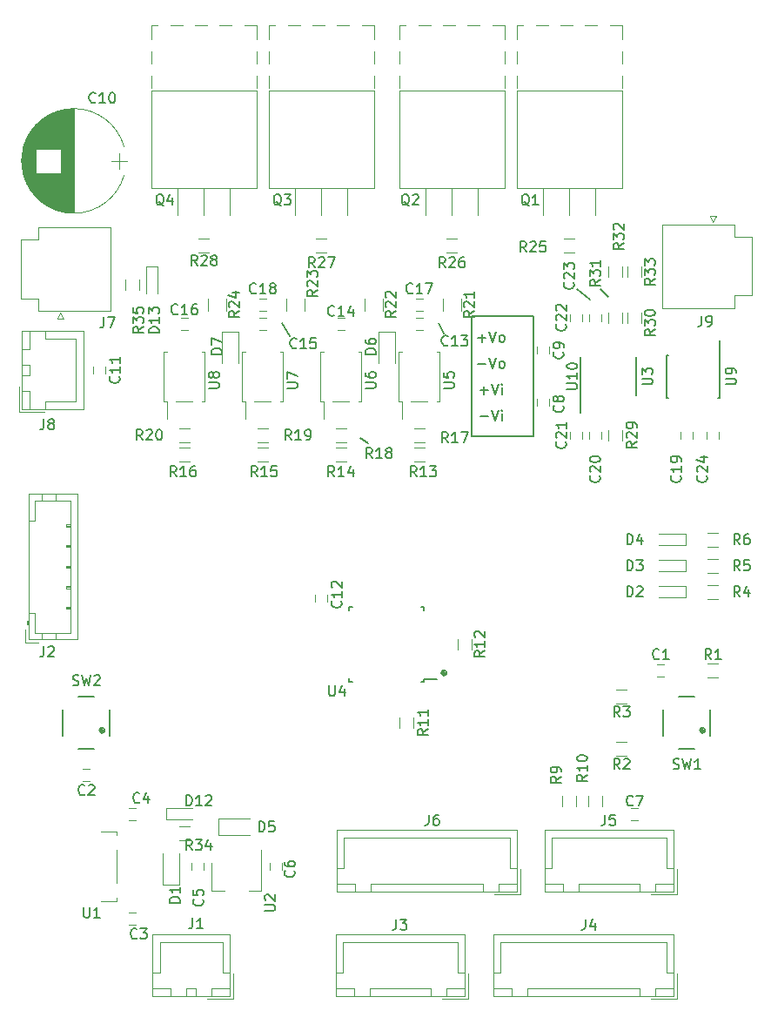
<source format=gto>
G04 #@! TF.GenerationSoftware,KiCad,Pcbnew,(5.0.2)-1*
G04 #@! TF.CreationDate,2019-03-08T16:37:09+09:00*
G04 #@! TF.ProjectId,spindleMD_v2,7370696e-646c-4654-9d44-5f76322e6b69,rev?*
G04 #@! TF.SameCoordinates,Original*
G04 #@! TF.FileFunction,Legend,Top*
G04 #@! TF.FilePolarity,Positive*
%FSLAX46Y46*%
G04 Gerber Fmt 4.6, Leading zero omitted, Abs format (unit mm)*
G04 Created by KiCad (PCBNEW (5.0.2)-1) date 2019/03/08 16:37:09*
%MOMM*%
%LPD*%
G01*
G04 APERTURE LIST*
%ADD10C,0.200000*%
%ADD11C,0.120000*%
%ADD12C,0.150000*%
G04 APERTURE END LIST*
D10*
X118542000Y-78156000D02*
X119812000Y-79172000D01*
X97460000Y-92634000D02*
X98222000Y-93142000D01*
X121590000Y-78918000D02*
X120828000Y-78156000D01*
X105080000Y-81458000D02*
X105588000Y-82474000D01*
X89840000Y-81458000D02*
X90602000Y-82728000D01*
X105334000Y-115494000D02*
X105842000Y-115494000D01*
X105588000Y-115748000D02*
X105334000Y-115494000D01*
X105588000Y-115240000D02*
X105588000Y-115748000D01*
X105842000Y-115494000D02*
G75*
G03X105842000Y-115494000I-254000J0D01*
G01*
D11*
G04 #@! TO.C,U1*
X73700000Y-137340000D02*
X73700000Y-137690000D01*
X73700000Y-137690000D02*
X72200000Y-137690000D01*
X73700000Y-132690000D02*
X73700000Y-135890000D01*
X72200000Y-130890000D02*
X73700000Y-130890000D01*
X73700000Y-130890000D02*
X73700000Y-131290000D01*
G04 #@! TO.C,C10*
X74010000Y-66460000D02*
X74010000Y-64960000D01*
X74760000Y-65710000D02*
X73260000Y-65710000D01*
X64479000Y-65989000D02*
X64479000Y-65431000D01*
X64519000Y-66382000D02*
X64519000Y-65038000D01*
X64559000Y-66623000D02*
X64559000Y-64797000D01*
X64599000Y-66814000D02*
X64599000Y-64606000D01*
X64639000Y-66975000D02*
X64639000Y-64445000D01*
X64679000Y-67117000D02*
X64679000Y-64303000D01*
X64719000Y-67246000D02*
X64719000Y-64174000D01*
X64759000Y-67364000D02*
X64759000Y-64056000D01*
X64799000Y-67473000D02*
X64799000Y-63947000D01*
X64839000Y-67576000D02*
X64839000Y-63844000D01*
X64879000Y-67672000D02*
X64879000Y-63748000D01*
X64919000Y-67763000D02*
X64919000Y-63657000D01*
X64959000Y-67850000D02*
X64959000Y-63570000D01*
X64999000Y-67932000D02*
X64999000Y-63488000D01*
X65039000Y-68011000D02*
X65039000Y-63409000D01*
X65079000Y-68087000D02*
X65079000Y-63333000D01*
X65119000Y-68159000D02*
X65119000Y-63261000D01*
X65159000Y-68229000D02*
X65159000Y-63191000D01*
X65199000Y-68297000D02*
X65199000Y-63123000D01*
X65239000Y-68362000D02*
X65239000Y-63058000D01*
X65279000Y-68425000D02*
X65279000Y-62995000D01*
X65319000Y-68487000D02*
X65319000Y-62933000D01*
X65359000Y-68546000D02*
X65359000Y-62874000D01*
X65399000Y-68604000D02*
X65399000Y-62816000D01*
X65439000Y-68659000D02*
X65439000Y-62761000D01*
X65479000Y-68714000D02*
X65479000Y-62706000D01*
X65519000Y-68767000D02*
X65519000Y-62653000D01*
X65559000Y-68818000D02*
X65559000Y-62602000D01*
X65599000Y-68868000D02*
X65599000Y-62552000D01*
X65639000Y-68917000D02*
X65639000Y-62503000D01*
X65679000Y-68965000D02*
X65679000Y-62455000D01*
X65719000Y-69012000D02*
X65719000Y-62408000D01*
X65759000Y-69057000D02*
X65759000Y-62363000D01*
X65799000Y-69101000D02*
X65799000Y-62319000D01*
X65839000Y-69145000D02*
X65839000Y-62275000D01*
X65879000Y-69187000D02*
X65879000Y-62233000D01*
X65919000Y-64529000D02*
X65919000Y-62192000D01*
X65919000Y-69228000D02*
X65919000Y-66891000D01*
X65959000Y-64529000D02*
X65959000Y-62151000D01*
X65959000Y-69269000D02*
X65959000Y-66891000D01*
X65999000Y-64529000D02*
X65999000Y-62112000D01*
X65999000Y-69308000D02*
X65999000Y-66891000D01*
X66039000Y-64529000D02*
X66039000Y-62073000D01*
X66039000Y-69347000D02*
X66039000Y-66891000D01*
X66079000Y-64529000D02*
X66079000Y-62035000D01*
X66079000Y-69385000D02*
X66079000Y-66891000D01*
X66119000Y-64529000D02*
X66119000Y-61998000D01*
X66119000Y-69422000D02*
X66119000Y-66891000D01*
X66159000Y-64529000D02*
X66159000Y-61962000D01*
X66159000Y-69458000D02*
X66159000Y-66891000D01*
X66199000Y-64529000D02*
X66199000Y-61926000D01*
X66199000Y-69494000D02*
X66199000Y-66891000D01*
X66239000Y-64529000D02*
X66239000Y-61891000D01*
X66239000Y-69529000D02*
X66239000Y-66891000D01*
X66279000Y-64529000D02*
X66279000Y-61857000D01*
X66279000Y-69563000D02*
X66279000Y-66891000D01*
X66319000Y-64529000D02*
X66319000Y-61824000D01*
X66319000Y-69596000D02*
X66319000Y-66891000D01*
X66359000Y-64529000D02*
X66359000Y-61791000D01*
X66359000Y-69629000D02*
X66359000Y-66891000D01*
X66399000Y-64529000D02*
X66399000Y-61759000D01*
X66399000Y-69661000D02*
X66399000Y-66891000D01*
X66439000Y-64529000D02*
X66439000Y-61728000D01*
X66439000Y-69692000D02*
X66439000Y-66891000D01*
X66479000Y-64529000D02*
X66479000Y-61697000D01*
X66479000Y-69723000D02*
X66479000Y-66891000D01*
X66519000Y-64529000D02*
X66519000Y-61667000D01*
X66519000Y-69753000D02*
X66519000Y-66891000D01*
X66559000Y-64529000D02*
X66559000Y-61638000D01*
X66559000Y-69782000D02*
X66559000Y-66891000D01*
X66599000Y-64529000D02*
X66599000Y-61609000D01*
X66599000Y-69811000D02*
X66599000Y-66891000D01*
X66639000Y-64529000D02*
X66639000Y-61580000D01*
X66639000Y-69840000D02*
X66639000Y-66891000D01*
X66679000Y-64529000D02*
X66679000Y-61553000D01*
X66679000Y-69867000D02*
X66679000Y-66891000D01*
X66719000Y-64529000D02*
X66719000Y-61525000D01*
X66719000Y-69895000D02*
X66719000Y-66891000D01*
X66759000Y-64529000D02*
X66759000Y-61499000D01*
X66759000Y-69921000D02*
X66759000Y-66891000D01*
X66799000Y-64529000D02*
X66799000Y-61473000D01*
X66799000Y-69947000D02*
X66799000Y-66891000D01*
X66839000Y-64529000D02*
X66839000Y-61447000D01*
X66839000Y-69973000D02*
X66839000Y-66891000D01*
X66879000Y-64529000D02*
X66879000Y-61422000D01*
X66879000Y-69998000D02*
X66879000Y-66891000D01*
X66919000Y-64529000D02*
X66919000Y-61398000D01*
X66919000Y-70022000D02*
X66919000Y-66891000D01*
X66959000Y-64529000D02*
X66959000Y-61374000D01*
X66959000Y-70046000D02*
X66959000Y-66891000D01*
X66999000Y-64529000D02*
X66999000Y-61350000D01*
X66999000Y-70070000D02*
X66999000Y-66891000D01*
X67039000Y-64529000D02*
X67039000Y-61327000D01*
X67039000Y-70093000D02*
X67039000Y-66891000D01*
X67079000Y-64529000D02*
X67079000Y-61305000D01*
X67079000Y-70115000D02*
X67079000Y-66891000D01*
X67119000Y-64529000D02*
X67119000Y-61282000D01*
X67119000Y-70138000D02*
X67119000Y-66891000D01*
X67159000Y-64529000D02*
X67159000Y-61261000D01*
X67159000Y-70159000D02*
X67159000Y-66891000D01*
X67199000Y-64529000D02*
X67199000Y-61240000D01*
X67199000Y-70180000D02*
X67199000Y-66891000D01*
X67239000Y-64529000D02*
X67239000Y-61219000D01*
X67239000Y-70201000D02*
X67239000Y-66891000D01*
X67279000Y-64529000D02*
X67279000Y-61199000D01*
X67279000Y-70221000D02*
X67279000Y-66891000D01*
X67319000Y-64529000D02*
X67319000Y-61179000D01*
X67319000Y-70241000D02*
X67319000Y-66891000D01*
X67359000Y-64529000D02*
X67359000Y-61160000D01*
X67359000Y-70260000D02*
X67359000Y-66891000D01*
X67399000Y-64529000D02*
X67399000Y-61141000D01*
X67399000Y-70279000D02*
X67399000Y-66891000D01*
X67439000Y-64529000D02*
X67439000Y-61122000D01*
X67439000Y-70298000D02*
X67439000Y-66891000D01*
X67479000Y-64529000D02*
X67479000Y-61104000D01*
X67479000Y-70316000D02*
X67479000Y-66891000D01*
X67519000Y-64529000D02*
X67519000Y-61086000D01*
X67519000Y-70334000D02*
X67519000Y-66891000D01*
X67559000Y-64529000D02*
X67559000Y-61069000D01*
X67559000Y-70351000D02*
X67559000Y-66891000D01*
X67599000Y-64529000D02*
X67599000Y-61052000D01*
X67599000Y-70368000D02*
X67599000Y-66891000D01*
X67639000Y-64529000D02*
X67639000Y-61036000D01*
X67639000Y-70384000D02*
X67639000Y-66891000D01*
X67679000Y-64529000D02*
X67679000Y-61019000D01*
X67679000Y-70401000D02*
X67679000Y-66891000D01*
X67719000Y-64529000D02*
X67719000Y-61004000D01*
X67719000Y-70416000D02*
X67719000Y-66891000D01*
X67759000Y-64529000D02*
X67759000Y-60988000D01*
X67759000Y-70432000D02*
X67759000Y-66891000D01*
X67799000Y-64529000D02*
X67799000Y-60973000D01*
X67799000Y-70447000D02*
X67799000Y-66891000D01*
X67839000Y-64529000D02*
X67839000Y-60959000D01*
X67839000Y-70461000D02*
X67839000Y-66891000D01*
X67879000Y-64529000D02*
X67879000Y-60945000D01*
X67879000Y-70475000D02*
X67879000Y-66891000D01*
X67919000Y-64529000D02*
X67919000Y-60931000D01*
X67919000Y-70489000D02*
X67919000Y-66891000D01*
X67959000Y-64529000D02*
X67959000Y-60918000D01*
X67959000Y-70502000D02*
X67959000Y-66891000D01*
X67999000Y-64529000D02*
X67999000Y-60904000D01*
X67999000Y-70516000D02*
X67999000Y-66891000D01*
X68039000Y-64529000D02*
X68039000Y-60892000D01*
X68039000Y-70528000D02*
X68039000Y-66891000D01*
X68079000Y-64529000D02*
X68079000Y-60879000D01*
X68079000Y-70541000D02*
X68079000Y-66891000D01*
X68119000Y-64529000D02*
X68119000Y-60867000D01*
X68119000Y-70553000D02*
X68119000Y-66891000D01*
X68159000Y-64529000D02*
X68159000Y-60856000D01*
X68159000Y-70564000D02*
X68159000Y-66891000D01*
X68199000Y-64529000D02*
X68199000Y-60845000D01*
X68199000Y-70575000D02*
X68199000Y-66891000D01*
X68239000Y-64529000D02*
X68239000Y-60834000D01*
X68239000Y-70586000D02*
X68239000Y-66891000D01*
X68279000Y-70597000D02*
X68279000Y-60823000D01*
X68319000Y-70607000D02*
X68319000Y-60813000D01*
X68359000Y-70617000D02*
X68359000Y-60803000D01*
X68399000Y-70627000D02*
X68399000Y-60793000D01*
X68439000Y-70636000D02*
X68439000Y-60784000D01*
X68479000Y-70645000D02*
X68479000Y-60775000D01*
X68519000Y-70653000D02*
X68519000Y-60767000D01*
X68559000Y-70661000D02*
X68559000Y-60759000D01*
X68599000Y-70669000D02*
X68599000Y-60751000D01*
X68639000Y-70677000D02*
X68639000Y-60743000D01*
X68679000Y-70684000D02*
X68679000Y-60736000D01*
X68719000Y-70691000D02*
X68719000Y-60729000D01*
X68759000Y-70697000D02*
X68759000Y-60723000D01*
X68799000Y-70703000D02*
X68799000Y-60717000D01*
X68839000Y-70709000D02*
X68839000Y-60711000D01*
X68880000Y-70715000D02*
X68880000Y-60705000D01*
X68920000Y-70720000D02*
X68920000Y-60700000D01*
X68960000Y-70725000D02*
X68960000Y-60695000D01*
X69000000Y-70730000D02*
X69000000Y-60690000D01*
X69040000Y-70734000D02*
X69040000Y-60686000D01*
X69080000Y-70738000D02*
X69080000Y-60682000D01*
X69120000Y-70741000D02*
X69120000Y-60679000D01*
X69160000Y-70745000D02*
X69160000Y-60675000D01*
X69200000Y-70748000D02*
X69200000Y-60672000D01*
X69240000Y-70750000D02*
X69240000Y-60670000D01*
X69280000Y-70753000D02*
X69280000Y-60667000D01*
X69320000Y-70755000D02*
X69320000Y-60665000D01*
X69360000Y-70757000D02*
X69360000Y-60663000D01*
X69400000Y-70758000D02*
X69400000Y-60662000D01*
X69440000Y-70759000D02*
X69440000Y-60661000D01*
X69480000Y-70760000D02*
X69480000Y-60660000D01*
X69520000Y-70760000D02*
X69520000Y-60660000D01*
X69560000Y-70760000D02*
X69560000Y-60660000D01*
X64661563Y-64326736D02*
G75*
G03X64660643Y-67090000I4898437J-1383264D01*
G01*
X64661563Y-64326736D02*
G75*
G02X74459357Y-64330000I4898437J-1383264D01*
G01*
X64661563Y-67093264D02*
G75*
G03X74459357Y-67090000I4898437J1383264D01*
G01*
G04 #@! TO.C,C11*
X71460000Y-86380000D02*
X71460000Y-85680000D01*
X72660000Y-85680000D02*
X72660000Y-86380000D01*
G04 #@! TO.C,C12*
X93050000Y-108605000D02*
X93050000Y-107905000D01*
X94250000Y-107905000D02*
X94250000Y-108605000D01*
G04 #@! TO.C,C13*
X102825000Y-80985000D02*
X103525000Y-80985000D01*
X103525000Y-82185000D02*
X102825000Y-82185000D01*
G04 #@! TO.C,C14*
X95905000Y-82185000D02*
X95205000Y-82185000D01*
X95205000Y-80985000D02*
X95905000Y-80985000D01*
G04 #@! TO.C,C15*
X88285000Y-82185000D02*
X87585000Y-82185000D01*
X87585000Y-80985000D02*
X88285000Y-80985000D01*
G04 #@! TO.C,C16*
X79965000Y-80985000D02*
X80665000Y-80985000D01*
X80665000Y-82185000D02*
X79965000Y-82185000D01*
G04 #@! TO.C,C17*
X102825000Y-79080000D02*
X103525000Y-79080000D01*
X103525000Y-80280000D02*
X102825000Y-80280000D01*
G04 #@! TO.C,C18*
X88285000Y-80280000D02*
X87585000Y-80280000D01*
X87585000Y-79080000D02*
X88285000Y-79080000D01*
G04 #@! TO.C,C19*
X129810000Y-92030000D02*
X129810000Y-92730000D01*
X128610000Y-92730000D02*
X128610000Y-92030000D01*
G04 #@! TO.C,C20*
X120920000Y-92030000D02*
X120920000Y-92730000D01*
X119720000Y-92730000D02*
X119720000Y-92030000D01*
G04 #@! TO.C,C21*
X119015000Y-92030000D02*
X119015000Y-92730000D01*
X117815000Y-92730000D02*
X117815000Y-92030000D01*
G04 #@! TO.C,C22*
X119015000Y-80600000D02*
X119015000Y-81300000D01*
X117815000Y-81300000D02*
X117815000Y-80600000D01*
G04 #@! TO.C,C23*
X120920000Y-80600000D02*
X120920000Y-81300000D01*
X119720000Y-81300000D02*
X119720000Y-80600000D01*
G04 #@! TO.C,D1*
X78245000Y-136090000D02*
X78245000Y-133040000D01*
X79845000Y-136090000D02*
X78245000Y-136090000D01*
X79845000Y-133040000D02*
X79845000Y-136090000D01*
G04 #@! TO.C,D2*
X129105000Y-108170000D02*
X126505000Y-108170000D01*
X129105000Y-107070000D02*
X126505000Y-107070000D01*
X129105000Y-108170000D02*
X129105000Y-107070000D01*
G04 #@! TO.C,D3*
X129105000Y-105630000D02*
X126505000Y-105630000D01*
X129105000Y-104530000D02*
X126505000Y-104530000D01*
X129105000Y-105630000D02*
X129105000Y-104530000D01*
G04 #@! TO.C,D4*
X129105000Y-103090000D02*
X129105000Y-101990000D01*
X129105000Y-101990000D02*
X126505000Y-101990000D01*
X129105000Y-103090000D02*
X126505000Y-103090000D01*
G04 #@! TO.C,D5*
X86645000Y-131280000D02*
X83595000Y-131280000D01*
X83595000Y-131280000D02*
X83595000Y-129680000D01*
X83595000Y-129680000D02*
X86645000Y-129680000D01*
G04 #@! TO.C,D6*
X99200000Y-85375000D02*
X99200000Y-82325000D01*
X99200000Y-82325000D02*
X100800000Y-82325000D01*
X100800000Y-82325000D02*
X100800000Y-85375000D01*
G04 #@! TO.C,D7*
X83960000Y-85375000D02*
X83960000Y-82325000D01*
X83960000Y-82325000D02*
X85560000Y-82325000D01*
X85560000Y-82325000D02*
X85560000Y-85375000D01*
G04 #@! TO.C,D12*
X78515000Y-128660000D02*
X78515000Y-129760000D01*
X78515000Y-129760000D02*
X81115000Y-129760000D01*
X78515000Y-128660000D02*
X81115000Y-128660000D01*
G04 #@! TO.C,D13*
X77690000Y-75975000D02*
X77690000Y-78575000D01*
X76590000Y-75975000D02*
X76590000Y-78575000D01*
X77690000Y-75975000D02*
X76590000Y-75975000D01*
G04 #@! TO.C,J1*
X84770000Y-146900000D02*
X84770000Y-140950000D01*
X84770000Y-140950000D02*
X77170000Y-140950000D01*
X77170000Y-140950000D02*
X77170000Y-146900000D01*
X77170000Y-146900000D02*
X84770000Y-146900000D01*
X81470000Y-146900000D02*
X81470000Y-146150000D01*
X81470000Y-146150000D02*
X80470000Y-146150000D01*
X80470000Y-146150000D02*
X80470000Y-146900000D01*
X80470000Y-146900000D02*
X81470000Y-146900000D01*
X84770000Y-146900000D02*
X84770000Y-146150000D01*
X84770000Y-146150000D02*
X82970000Y-146150000D01*
X82970000Y-146150000D02*
X82970000Y-146900000D01*
X82970000Y-146900000D02*
X84770000Y-146900000D01*
X78970000Y-146900000D02*
X78970000Y-146150000D01*
X78970000Y-146150000D02*
X77170000Y-146150000D01*
X77170000Y-146150000D02*
X77170000Y-146900000D01*
X77170000Y-146900000D02*
X78970000Y-146900000D01*
X84770000Y-144650000D02*
X84020000Y-144650000D01*
X84020000Y-144650000D02*
X84020000Y-141700000D01*
X84020000Y-141700000D02*
X80970000Y-141700000D01*
X77170000Y-144650000D02*
X77920000Y-144650000D01*
X77920000Y-144650000D02*
X77920000Y-141700000D01*
X77920000Y-141700000D02*
X80970000Y-141700000D01*
X82570000Y-147200000D02*
X85070000Y-147200000D01*
X85070000Y-147200000D02*
X85070000Y-144700000D01*
G04 #@! TO.C,J3*
X107930000Y-147200000D02*
X107930000Y-144700000D01*
X105430000Y-147200000D02*
X107930000Y-147200000D01*
X95780000Y-141700000D02*
X101330000Y-141700000D01*
X95780000Y-144650000D02*
X95780000Y-141700000D01*
X95030000Y-144650000D02*
X95780000Y-144650000D01*
X106880000Y-141700000D02*
X101330000Y-141700000D01*
X106880000Y-144650000D02*
X106880000Y-141700000D01*
X107630000Y-144650000D02*
X106880000Y-144650000D01*
X95030000Y-146900000D02*
X96830000Y-146900000D01*
X95030000Y-146150000D02*
X95030000Y-146900000D01*
X96830000Y-146150000D02*
X95030000Y-146150000D01*
X96830000Y-146900000D02*
X96830000Y-146150000D01*
X105830000Y-146900000D02*
X107630000Y-146900000D01*
X105830000Y-146150000D02*
X105830000Y-146900000D01*
X107630000Y-146150000D02*
X105830000Y-146150000D01*
X107630000Y-146900000D02*
X107630000Y-146150000D01*
X98330000Y-146900000D02*
X104330000Y-146900000D01*
X98330000Y-146150000D02*
X98330000Y-146900000D01*
X104330000Y-146150000D02*
X98330000Y-146150000D01*
X104330000Y-146900000D02*
X104330000Y-146150000D01*
X95030000Y-146900000D02*
X107630000Y-146900000D01*
X95030000Y-140950000D02*
X95030000Y-146900000D01*
X107630000Y-140950000D02*
X95030000Y-140950000D01*
X107630000Y-146900000D02*
X107630000Y-140950000D01*
G04 #@! TO.C,J4*
X127950000Y-146900000D02*
X127950000Y-140950000D01*
X127950000Y-140950000D02*
X110350000Y-140950000D01*
X110350000Y-140950000D02*
X110350000Y-146900000D01*
X110350000Y-146900000D02*
X127950000Y-146900000D01*
X124650000Y-146900000D02*
X124650000Y-146150000D01*
X124650000Y-146150000D02*
X113650000Y-146150000D01*
X113650000Y-146150000D02*
X113650000Y-146900000D01*
X113650000Y-146900000D02*
X124650000Y-146900000D01*
X127950000Y-146900000D02*
X127950000Y-146150000D01*
X127950000Y-146150000D02*
X126150000Y-146150000D01*
X126150000Y-146150000D02*
X126150000Y-146900000D01*
X126150000Y-146900000D02*
X127950000Y-146900000D01*
X112150000Y-146900000D02*
X112150000Y-146150000D01*
X112150000Y-146150000D02*
X110350000Y-146150000D01*
X110350000Y-146150000D02*
X110350000Y-146900000D01*
X110350000Y-146900000D02*
X112150000Y-146900000D01*
X127950000Y-144650000D02*
X127200000Y-144650000D01*
X127200000Y-144650000D02*
X127200000Y-141700000D01*
X127200000Y-141700000D02*
X119150000Y-141700000D01*
X110350000Y-144650000D02*
X111100000Y-144650000D01*
X111100000Y-144650000D02*
X111100000Y-141700000D01*
X111100000Y-141700000D02*
X119150000Y-141700000D01*
X125750000Y-147200000D02*
X128250000Y-147200000D01*
X128250000Y-147200000D02*
X128250000Y-144700000D01*
G04 #@! TO.C,J5*
X127950000Y-136740000D02*
X127950000Y-130790000D01*
X127950000Y-130790000D02*
X115350000Y-130790000D01*
X115350000Y-130790000D02*
X115350000Y-136740000D01*
X115350000Y-136740000D02*
X127950000Y-136740000D01*
X124650000Y-136740000D02*
X124650000Y-135990000D01*
X124650000Y-135990000D02*
X118650000Y-135990000D01*
X118650000Y-135990000D02*
X118650000Y-136740000D01*
X118650000Y-136740000D02*
X124650000Y-136740000D01*
X127950000Y-136740000D02*
X127950000Y-135990000D01*
X127950000Y-135990000D02*
X126150000Y-135990000D01*
X126150000Y-135990000D02*
X126150000Y-136740000D01*
X126150000Y-136740000D02*
X127950000Y-136740000D01*
X117150000Y-136740000D02*
X117150000Y-135990000D01*
X117150000Y-135990000D02*
X115350000Y-135990000D01*
X115350000Y-135990000D02*
X115350000Y-136740000D01*
X115350000Y-136740000D02*
X117150000Y-136740000D01*
X127950000Y-134490000D02*
X127200000Y-134490000D01*
X127200000Y-134490000D02*
X127200000Y-131540000D01*
X127200000Y-131540000D02*
X121650000Y-131540000D01*
X115350000Y-134490000D02*
X116100000Y-134490000D01*
X116100000Y-134490000D02*
X116100000Y-131540000D01*
X116100000Y-131540000D02*
X121650000Y-131540000D01*
X125750000Y-137040000D02*
X128250000Y-137040000D01*
X128250000Y-137040000D02*
X128250000Y-134540000D01*
G04 #@! TO.C,J6*
X112710000Y-136740000D02*
X112710000Y-130790000D01*
X112710000Y-130790000D02*
X95110000Y-130790000D01*
X95110000Y-130790000D02*
X95110000Y-136740000D01*
X95110000Y-136740000D02*
X112710000Y-136740000D01*
X109410000Y-136740000D02*
X109410000Y-135990000D01*
X109410000Y-135990000D02*
X98410000Y-135990000D01*
X98410000Y-135990000D02*
X98410000Y-136740000D01*
X98410000Y-136740000D02*
X109410000Y-136740000D01*
X112710000Y-136740000D02*
X112710000Y-135990000D01*
X112710000Y-135990000D02*
X110910000Y-135990000D01*
X110910000Y-135990000D02*
X110910000Y-136740000D01*
X110910000Y-136740000D02*
X112710000Y-136740000D01*
X96910000Y-136740000D02*
X96910000Y-135990000D01*
X96910000Y-135990000D02*
X95110000Y-135990000D01*
X95110000Y-135990000D02*
X95110000Y-136740000D01*
X95110000Y-136740000D02*
X96910000Y-136740000D01*
X112710000Y-134490000D02*
X111960000Y-134490000D01*
X111960000Y-134490000D02*
X111960000Y-131540000D01*
X111960000Y-131540000D02*
X103910000Y-131540000D01*
X95110000Y-134490000D02*
X95860000Y-134490000D01*
X95860000Y-134490000D02*
X95860000Y-131540000D01*
X95860000Y-131540000D02*
X103910000Y-131540000D01*
X110510000Y-137040000D02*
X113010000Y-137040000D01*
X113010000Y-137040000D02*
X113010000Y-134540000D01*
G04 #@! TO.C,J7*
X67950000Y-81080000D02*
X68250000Y-80480000D01*
X68550000Y-81080000D02*
X67950000Y-81080000D01*
X68250000Y-80480000D02*
X68550000Y-81080000D01*
X73170000Y-72180000D02*
X73170000Y-80280000D01*
X66130000Y-72180000D02*
X73170000Y-72180000D01*
X66130000Y-73380000D02*
X66130000Y-72180000D01*
X64430000Y-73380000D02*
X66130000Y-73380000D01*
X64430000Y-79080000D02*
X64430000Y-73380000D01*
X66130000Y-79080000D02*
X64430000Y-79080000D01*
X66130000Y-80280000D02*
X66130000Y-79080000D01*
X73170000Y-80280000D02*
X66130000Y-80280000D01*
G04 #@! TO.C,J8*
X64230000Y-90150000D02*
X66730000Y-90150000D01*
X64230000Y-87650000D02*
X64230000Y-90150000D01*
X69730000Y-83000000D02*
X69730000Y-86050000D01*
X66780000Y-83000000D02*
X69730000Y-83000000D01*
X66780000Y-82250000D02*
X66780000Y-83000000D01*
X69730000Y-89100000D02*
X69730000Y-86050000D01*
X66780000Y-89100000D02*
X69730000Y-89100000D01*
X66780000Y-89850000D02*
X66780000Y-89100000D01*
X64530000Y-82250000D02*
X64530000Y-84050000D01*
X65280000Y-82250000D02*
X64530000Y-82250000D01*
X65280000Y-84050000D02*
X65280000Y-82250000D01*
X64530000Y-84050000D02*
X65280000Y-84050000D01*
X64530000Y-88050000D02*
X64530000Y-89850000D01*
X65280000Y-88050000D02*
X64530000Y-88050000D01*
X65280000Y-89850000D02*
X65280000Y-88050000D01*
X64530000Y-89850000D02*
X65280000Y-89850000D01*
X64530000Y-85550000D02*
X64530000Y-86550000D01*
X65280000Y-85550000D02*
X64530000Y-85550000D01*
X65280000Y-86550000D02*
X65280000Y-85550000D01*
X64530000Y-86550000D02*
X65280000Y-86550000D01*
X64530000Y-82250000D02*
X64530000Y-89850000D01*
X70480000Y-82250000D02*
X64530000Y-82250000D01*
X70480000Y-89850000D02*
X70480000Y-82250000D01*
X64530000Y-89850000D02*
X70480000Y-89850000D01*
G04 #@! TO.C,J9*
X132050000Y-71095000D02*
X131750000Y-71695000D01*
X131450000Y-71095000D02*
X132050000Y-71095000D01*
X131750000Y-71695000D02*
X131450000Y-71095000D01*
X126830000Y-79995000D02*
X126830000Y-71895000D01*
X133870000Y-79995000D02*
X126830000Y-79995000D01*
X133870000Y-78795000D02*
X133870000Y-79995000D01*
X135570000Y-78795000D02*
X133870000Y-78795000D01*
X135570000Y-73095000D02*
X135570000Y-78795000D01*
X133870000Y-73095000D02*
X135570000Y-73095000D01*
X133870000Y-71895000D02*
X133870000Y-73095000D01*
X126830000Y-71895000D02*
X133870000Y-71895000D01*
G04 #@! TO.C,Q1*
X122900000Y-68370000D02*
X112660000Y-68370000D01*
X122900000Y-58880000D02*
X112660000Y-58880000D01*
X122900000Y-68370000D02*
X122900000Y-58880000D01*
X112660000Y-68370000D02*
X112660000Y-58880000D01*
X122900000Y-52480000D02*
X121700000Y-52480000D01*
X120501000Y-52480000D02*
X119300000Y-52480000D01*
X118100000Y-52480000D02*
X116900000Y-52480000D01*
X115700000Y-52480000D02*
X114500000Y-52480000D01*
X113300000Y-52480000D02*
X112660000Y-52480000D01*
X122900000Y-58640000D02*
X122900000Y-57440000D01*
X122900000Y-56240000D02*
X122900000Y-55040000D01*
X122900000Y-53840000D02*
X122900000Y-52640000D01*
X112660000Y-58640000D02*
X112660000Y-57440000D01*
X112660000Y-56240000D02*
X112660000Y-55040000D01*
X112660000Y-53840000D02*
X112660000Y-52640000D01*
X120320000Y-71010000D02*
X120320000Y-68370000D01*
X117780000Y-70994000D02*
X117780000Y-68370000D01*
X115240000Y-70994000D02*
X115240000Y-68370000D01*
G04 #@! TO.C,Q2*
X103810000Y-70994000D02*
X103810000Y-68370000D01*
X106350000Y-70994000D02*
X106350000Y-68370000D01*
X108890000Y-71010000D02*
X108890000Y-68370000D01*
X101230000Y-53840000D02*
X101230000Y-52640000D01*
X101230000Y-56240000D02*
X101230000Y-55040000D01*
X101230000Y-58640000D02*
X101230000Y-57440000D01*
X111470000Y-53840000D02*
X111470000Y-52640000D01*
X111470000Y-56240000D02*
X111470000Y-55040000D01*
X111470000Y-58640000D02*
X111470000Y-57440000D01*
X101870000Y-52480000D02*
X101230000Y-52480000D01*
X104270000Y-52480000D02*
X103070000Y-52480000D01*
X106670000Y-52480000D02*
X105470000Y-52480000D01*
X109071000Y-52480000D02*
X107870000Y-52480000D01*
X111470000Y-52480000D02*
X110270000Y-52480000D01*
X101230000Y-68370000D02*
X101230000Y-58880000D01*
X111470000Y-68370000D02*
X111470000Y-58880000D01*
X111470000Y-58880000D02*
X101230000Y-58880000D01*
X111470000Y-68370000D02*
X101230000Y-68370000D01*
G04 #@! TO.C,Q3*
X91110000Y-70994000D02*
X91110000Y-68370000D01*
X93650000Y-70994000D02*
X93650000Y-68370000D01*
X96190000Y-71010000D02*
X96190000Y-68370000D01*
X88530000Y-53840000D02*
X88530000Y-52640000D01*
X88530000Y-56240000D02*
X88530000Y-55040000D01*
X88530000Y-58640000D02*
X88530000Y-57440000D01*
X98770000Y-53840000D02*
X98770000Y-52640000D01*
X98770000Y-56240000D02*
X98770000Y-55040000D01*
X98770000Y-58640000D02*
X98770000Y-57440000D01*
X89170000Y-52480000D02*
X88530000Y-52480000D01*
X91570000Y-52480000D02*
X90370000Y-52480000D01*
X93970000Y-52480000D02*
X92770000Y-52480000D01*
X96371000Y-52480000D02*
X95170000Y-52480000D01*
X98770000Y-52480000D02*
X97570000Y-52480000D01*
X88530000Y-68370000D02*
X88530000Y-58880000D01*
X98770000Y-68370000D02*
X98770000Y-58880000D01*
X98770000Y-58880000D02*
X88530000Y-58880000D01*
X98770000Y-68370000D02*
X88530000Y-68370000D01*
G04 #@! TO.C,Q4*
X87340000Y-68370000D02*
X77100000Y-68370000D01*
X87340000Y-58880000D02*
X77100000Y-58880000D01*
X87340000Y-68370000D02*
X87340000Y-58880000D01*
X77100000Y-68370000D02*
X77100000Y-58880000D01*
X87340000Y-52480000D02*
X86140000Y-52480000D01*
X84941000Y-52480000D02*
X83740000Y-52480000D01*
X82540000Y-52480000D02*
X81340000Y-52480000D01*
X80140000Y-52480000D02*
X78940000Y-52480000D01*
X77740000Y-52480000D02*
X77100000Y-52480000D01*
X87340000Y-58640000D02*
X87340000Y-57440000D01*
X87340000Y-56240000D02*
X87340000Y-55040000D01*
X87340000Y-53840000D02*
X87340000Y-52640000D01*
X77100000Y-58640000D02*
X77100000Y-57440000D01*
X77100000Y-56240000D02*
X77100000Y-55040000D01*
X77100000Y-53840000D02*
X77100000Y-52640000D01*
X84760000Y-71010000D02*
X84760000Y-68370000D01*
X82220000Y-70994000D02*
X82220000Y-68370000D01*
X79680000Y-70994000D02*
X79680000Y-68370000D01*
G04 #@! TO.C,R1*
X131250000Y-114560000D02*
X132250000Y-114560000D01*
X132250000Y-115920000D02*
X131250000Y-115920000D01*
G04 #@! TO.C,R2*
X123360000Y-123540000D02*
X122360000Y-123540000D01*
X122360000Y-122180000D02*
X123360000Y-122180000D01*
G04 #@! TO.C,R3*
X123360000Y-118460000D02*
X122360000Y-118460000D01*
X122360000Y-117100000D02*
X123360000Y-117100000D01*
G04 #@! TO.C,R4*
X131250000Y-106940000D02*
X132250000Y-106940000D01*
X132250000Y-108300000D02*
X131250000Y-108300000D01*
G04 #@! TO.C,R5*
X131250000Y-104400000D02*
X132250000Y-104400000D01*
X132250000Y-105760000D02*
X131250000Y-105760000D01*
G04 #@! TO.C,R6*
X131250000Y-101860000D02*
X132250000Y-101860000D01*
X132250000Y-103220000D02*
X131250000Y-103220000D01*
G04 #@! TO.C,R9*
X117100000Y-128440000D02*
X117100000Y-127440000D01*
X118460000Y-127440000D02*
X118460000Y-128440000D01*
G04 #@! TO.C,R10*
X119640000Y-128440000D02*
X119640000Y-127440000D01*
X121000000Y-127440000D02*
X121000000Y-128440000D01*
G04 #@! TO.C,R11*
X102585000Y-119820000D02*
X102585000Y-120820000D01*
X101225000Y-120820000D02*
X101225000Y-119820000D01*
G04 #@! TO.C,R12*
X108300000Y-112200000D02*
X108300000Y-113200000D01*
X106940000Y-113200000D02*
X106940000Y-112200000D01*
G04 #@! TO.C,R13*
X103675000Y-94965000D02*
X102675000Y-94965000D01*
X102675000Y-93605000D02*
X103675000Y-93605000D01*
G04 #@! TO.C,R14*
X95055000Y-93605000D02*
X96055000Y-93605000D01*
X96055000Y-94965000D02*
X95055000Y-94965000D01*
G04 #@! TO.C,R15*
X88435000Y-94965000D02*
X87435000Y-94965000D01*
X87435000Y-93605000D02*
X88435000Y-93605000D01*
G04 #@! TO.C,R16*
X79815000Y-93605000D02*
X80815000Y-93605000D01*
X80815000Y-94965000D02*
X79815000Y-94965000D01*
G04 #@! TO.C,R17*
X103675000Y-93060000D02*
X102675000Y-93060000D01*
X102675000Y-91700000D02*
X103675000Y-91700000D01*
G04 #@! TO.C,R18*
X96055000Y-93060000D02*
X95055000Y-93060000D01*
X95055000Y-91700000D02*
X96055000Y-91700000D01*
G04 #@! TO.C,R19*
X88435000Y-93060000D02*
X87435000Y-93060000D01*
X87435000Y-91700000D02*
X88435000Y-91700000D01*
G04 #@! TO.C,R20*
X80815000Y-93060000D02*
X79815000Y-93060000D01*
X79815000Y-91700000D02*
X80815000Y-91700000D01*
G04 #@! TO.C,R21*
X105470000Y-80280000D02*
X105470000Y-79080000D01*
X107230000Y-79080000D02*
X107230000Y-80280000D01*
G04 #@! TO.C,R22*
X97850000Y-80280000D02*
X97850000Y-79080000D01*
X99610000Y-79080000D02*
X99610000Y-80280000D01*
G04 #@! TO.C,R23*
X90230000Y-80280000D02*
X90230000Y-79080000D01*
X91990000Y-79080000D02*
X91990000Y-80280000D01*
G04 #@! TO.C,R24*
X82610000Y-80280000D02*
X82610000Y-79080000D01*
X84370000Y-79080000D02*
X84370000Y-80280000D01*
G04 #@! TO.C,R25*
X118280000Y-74645000D02*
X117280000Y-74645000D01*
X117280000Y-73285000D02*
X118280000Y-73285000D01*
G04 #@! TO.C,R26*
X105850000Y-73285000D02*
X106850000Y-73285000D01*
X106850000Y-74645000D02*
X105850000Y-74645000D01*
G04 #@! TO.C,R27*
X94150000Y-74645000D02*
X93150000Y-74645000D01*
X93150000Y-73285000D02*
X94150000Y-73285000D01*
G04 #@! TO.C,R28*
X82720000Y-74645000D02*
X81720000Y-74645000D01*
X81720000Y-73285000D02*
X82720000Y-73285000D01*
G04 #@! TO.C,R29*
X121545000Y-92880000D02*
X121545000Y-91880000D01*
X122905000Y-91880000D02*
X122905000Y-92880000D01*
G04 #@! TO.C,R30*
X124810000Y-80450000D02*
X124810000Y-81450000D01*
X123450000Y-81450000D02*
X123450000Y-80450000D01*
G04 #@! TO.C,R31*
X121545000Y-81450000D02*
X121545000Y-80450000D01*
X122905000Y-80450000D02*
X122905000Y-81450000D01*
G04 #@! TO.C,R32*
X122905000Y-76005000D02*
X122905000Y-77005000D01*
X121545000Y-77005000D02*
X121545000Y-76005000D01*
G04 #@! TO.C,R33*
X123450000Y-77005000D02*
X123450000Y-76005000D01*
X124810000Y-76005000D02*
X124810000Y-77005000D01*
G04 #@! TO.C,R34*
X80815000Y-131795000D02*
X79815000Y-131795000D01*
X79815000Y-130435000D02*
X80815000Y-130435000D01*
G04 #@! TO.C,R35*
X74555000Y-78275000D02*
X74555000Y-77275000D01*
X75915000Y-77275000D02*
X75915000Y-78275000D01*
D12*
G04 #@! TO.C,SW1*
X126924000Y-121590000D02*
X126924000Y-119050000D01*
X131496000Y-121590000D02*
X131496000Y-119050000D01*
X129972000Y-122860000D02*
X128448000Y-122860000D01*
X129972000Y-117780000D02*
X128448000Y-117780000D01*
X130988000Y-121082000D02*
G75*
G03X130988000Y-121082000I-254000J0D01*
G01*
X130861000Y-121082000D02*
G75*
G03X130861000Y-121082000I-127000J0D01*
G01*
X130734000Y-121209000D02*
X130734000Y-120955000D01*
G04 #@! TO.C,SW2*
X68504000Y-121590000D02*
X68504000Y-119050000D01*
X73076000Y-121590000D02*
X73076000Y-119050000D01*
X71552000Y-122860000D02*
X70028000Y-122860000D01*
X71552000Y-117780000D02*
X70028000Y-117780000D01*
X72568000Y-121082000D02*
G75*
G03X72568000Y-121082000I-254000J0D01*
G01*
X72441000Y-121082000D02*
G75*
G03X72441000Y-121082000I-127000J0D01*
G01*
X72314000Y-121209000D02*
X72314000Y-120955000D01*
D11*
G04 #@! TO.C,U2*
X84195000Y-136705000D02*
X82995000Y-136705000D01*
X82995000Y-136705000D02*
X82995000Y-134005000D01*
X87795000Y-132705000D02*
X87795000Y-136705000D01*
X87795000Y-136705000D02*
X86595000Y-136705000D01*
D12*
G04 #@! TO.C,U3*
X108300000Y-92505000D02*
X114300000Y-92505000D01*
X108300000Y-80825000D02*
X108300000Y-92505000D01*
X114300000Y-80825000D02*
X108300000Y-80825000D01*
X114300000Y-92505000D02*
X114300000Y-80825000D01*
G04 #@! TO.C,U4*
X103625000Y-116325000D02*
X103625000Y-116100000D01*
X96375000Y-116325000D02*
X96375000Y-116025000D01*
X96375000Y-109075000D02*
X96375000Y-109375000D01*
X103625000Y-109075000D02*
X103625000Y-109375000D01*
X103625000Y-116325000D02*
X103325000Y-116325000D01*
X103625000Y-109075000D02*
X103325000Y-109075000D01*
X96375000Y-109075000D02*
X96675000Y-109075000D01*
X96375000Y-116325000D02*
X96675000Y-116325000D01*
X103625000Y-116100000D02*
X104850000Y-116100000D01*
D11*
G04 #@! TO.C,U5*
X101175000Y-84265000D02*
X101475000Y-84265000D01*
X101175000Y-89065000D02*
X101175000Y-84265000D01*
X101475000Y-89065000D02*
X101175000Y-89065000D01*
X105175000Y-89065000D02*
X104875000Y-89065000D01*
X105175000Y-84265000D02*
X105175000Y-89065000D01*
X104875000Y-84265000D02*
X105175000Y-84265000D01*
X103975000Y-89065000D02*
X102375000Y-89065000D01*
X101475000Y-89065000D02*
X101475000Y-90765000D01*
G04 #@! TO.C,U6*
X93855000Y-89065000D02*
X93855000Y-90765000D01*
X96355000Y-89065000D02*
X94755000Y-89065000D01*
X97255000Y-84265000D02*
X97555000Y-84265000D01*
X97555000Y-84265000D02*
X97555000Y-89065000D01*
X97555000Y-89065000D02*
X97255000Y-89065000D01*
X93855000Y-89065000D02*
X93555000Y-89065000D01*
X93555000Y-89065000D02*
X93555000Y-84265000D01*
X93555000Y-84265000D02*
X93855000Y-84265000D01*
G04 #@! TO.C,U7*
X85935000Y-84265000D02*
X86235000Y-84265000D01*
X85935000Y-89065000D02*
X85935000Y-84265000D01*
X86235000Y-89065000D02*
X85935000Y-89065000D01*
X89935000Y-89065000D02*
X89635000Y-89065000D01*
X89935000Y-84265000D02*
X89935000Y-89065000D01*
X89635000Y-84265000D02*
X89935000Y-84265000D01*
X88735000Y-89065000D02*
X87135000Y-89065000D01*
X86235000Y-89065000D02*
X86235000Y-90765000D01*
G04 #@! TO.C,U8*
X78615000Y-89065000D02*
X78615000Y-90765000D01*
X81115000Y-89065000D02*
X79515000Y-89065000D01*
X82015000Y-84265000D02*
X82315000Y-84265000D01*
X82315000Y-84265000D02*
X82315000Y-89065000D01*
X82315000Y-89065000D02*
X82015000Y-89065000D01*
X78615000Y-89065000D02*
X78315000Y-89065000D01*
X78315000Y-89065000D02*
X78315000Y-84265000D01*
X78315000Y-84265000D02*
X78615000Y-84265000D01*
D12*
G04 #@! TO.C,U9*
X132420000Y-84590000D02*
X132370000Y-84590000D01*
X132420000Y-88740000D02*
X132275000Y-88740000D01*
X127270000Y-88740000D02*
X127415000Y-88740000D01*
X127270000Y-84590000D02*
X127415000Y-84590000D01*
X132420000Y-84590000D02*
X132420000Y-88740000D01*
X127270000Y-84590000D02*
X127270000Y-88740000D01*
X132370000Y-84590000D02*
X132370000Y-83190000D01*
G04 #@! TO.C,U10*
X124265000Y-88519300D02*
X124265000Y-84810700D01*
X118865000Y-90190000D02*
X118865000Y-84806400D01*
D11*
G04 #@! TO.C,J2*
X64880000Y-112510000D02*
X66130000Y-112510000D01*
X64880000Y-111260000D02*
X64880000Y-112510000D01*
X69280000Y-101160000D02*
X68780000Y-101160000D01*
X68780000Y-101060000D02*
X69280000Y-101060000D01*
X68780000Y-101260000D02*
X68780000Y-101060000D01*
X69280000Y-101260000D02*
X68780000Y-101260000D01*
X69280000Y-103160000D02*
X68780000Y-103160000D01*
X68780000Y-103060000D02*
X69280000Y-103060000D01*
X68780000Y-103260000D02*
X68780000Y-103060000D01*
X69280000Y-103260000D02*
X68780000Y-103260000D01*
X69280000Y-105160000D02*
X68780000Y-105160000D01*
X68780000Y-105060000D02*
X69280000Y-105060000D01*
X68780000Y-105260000D02*
X68780000Y-105060000D01*
X69280000Y-105260000D02*
X68780000Y-105260000D01*
X69280000Y-107160000D02*
X68780000Y-107160000D01*
X68780000Y-107060000D02*
X69280000Y-107060000D01*
X68780000Y-107260000D02*
X68780000Y-107060000D01*
X69280000Y-107260000D02*
X68780000Y-107260000D01*
X69280000Y-109160000D02*
X68780000Y-109160000D01*
X68780000Y-109060000D02*
X69280000Y-109060000D01*
X68780000Y-109260000D02*
X68780000Y-109060000D01*
X69280000Y-109260000D02*
X68780000Y-109260000D01*
X65080000Y-110460000D02*
X65080000Y-110760000D01*
X64980000Y-110760000D02*
X65180000Y-110760000D01*
X64980000Y-110460000D02*
X64980000Y-110760000D01*
X65180000Y-110460000D02*
X64980000Y-110460000D01*
X67780000Y-98110000D02*
X67780000Y-98710000D01*
X66480000Y-98110000D02*
X66480000Y-98710000D01*
X67780000Y-112210000D02*
X67780000Y-111610000D01*
X66480000Y-112210000D02*
X66480000Y-111610000D01*
X65780000Y-100660000D02*
X65180000Y-100660000D01*
X65780000Y-98710000D02*
X65780000Y-100660000D01*
X69280000Y-98710000D02*
X65780000Y-98710000D01*
X69280000Y-111610000D02*
X69280000Y-98710000D01*
X65780000Y-111610000D02*
X69280000Y-111610000D01*
X65780000Y-109660000D02*
X65780000Y-111610000D01*
X65180000Y-109660000D02*
X65780000Y-109660000D01*
X65180000Y-98110000D02*
X65180000Y-112210000D01*
X69880000Y-98110000D02*
X65180000Y-98110000D01*
X69880000Y-112210000D02*
X69880000Y-98110000D01*
X65180000Y-112210000D02*
X69880000Y-112210000D01*
G04 #@! TO.C,C1*
X126320000Y-114640000D02*
X127020000Y-114640000D01*
X127020000Y-115840000D02*
X126320000Y-115840000D01*
G04 #@! TO.C,C2*
X71140000Y-126000000D02*
X70440000Y-126000000D01*
X70440000Y-124800000D02*
X71140000Y-124800000D01*
G04 #@! TO.C,C3*
X75585000Y-139970000D02*
X74885000Y-139970000D01*
X74885000Y-138770000D02*
X75585000Y-138770000D01*
G04 #@! TO.C,C4*
X74885000Y-128610000D02*
X75585000Y-128610000D01*
X75585000Y-129810000D02*
X74885000Y-129810000D01*
G04 #@! TO.C,C5*
X82185000Y-133940000D02*
X82185000Y-134640000D01*
X80985000Y-134640000D02*
X80985000Y-133940000D01*
G04 #@! TO.C,C6*
X88605000Y-134640000D02*
X88605000Y-133940000D01*
X89805000Y-133940000D02*
X89805000Y-134640000D01*
G04 #@! TO.C,C7*
X123780000Y-128610000D02*
X124480000Y-128610000D01*
X124480000Y-129810000D02*
X123780000Y-129810000D01*
G04 #@! TO.C,C8*
X114640000Y-89555000D02*
X114640000Y-88855000D01*
X115840000Y-88855000D02*
X115840000Y-89555000D01*
G04 #@! TO.C,C9*
X115840000Y-83775000D02*
X115840000Y-84475000D01*
X114640000Y-84475000D02*
X114640000Y-83775000D01*
G04 #@! TO.C,C24*
X132350000Y-92030000D02*
X132350000Y-92730000D01*
X131150000Y-92730000D02*
X131150000Y-92030000D01*
G04 #@! TO.C,U1*
D12*
X70536095Y-138292380D02*
X70536095Y-139101904D01*
X70583714Y-139197142D01*
X70631333Y-139244761D01*
X70726571Y-139292380D01*
X70917047Y-139292380D01*
X71012285Y-139244761D01*
X71059904Y-139197142D01*
X71107523Y-139101904D01*
X71107523Y-138292380D01*
X72107523Y-139292380D02*
X71536095Y-139292380D01*
X71821809Y-139292380D02*
X71821809Y-138292380D01*
X71726571Y-138435238D01*
X71631333Y-138530476D01*
X71536095Y-138578095D01*
G04 #@! TO.C,C10*
X71671142Y-59971142D02*
X71623523Y-60018761D01*
X71480666Y-60066380D01*
X71385428Y-60066380D01*
X71242571Y-60018761D01*
X71147333Y-59923523D01*
X71099714Y-59828285D01*
X71052095Y-59637809D01*
X71052095Y-59494952D01*
X71099714Y-59304476D01*
X71147333Y-59209238D01*
X71242571Y-59114000D01*
X71385428Y-59066380D01*
X71480666Y-59066380D01*
X71623523Y-59114000D01*
X71671142Y-59161619D01*
X72623523Y-60066380D02*
X72052095Y-60066380D01*
X72337809Y-60066380D02*
X72337809Y-59066380D01*
X72242571Y-59209238D01*
X72147333Y-59304476D01*
X72052095Y-59352095D01*
X73242571Y-59066380D02*
X73337809Y-59066380D01*
X73433047Y-59114000D01*
X73480666Y-59161619D01*
X73528285Y-59256857D01*
X73575904Y-59447333D01*
X73575904Y-59685428D01*
X73528285Y-59875904D01*
X73480666Y-59971142D01*
X73433047Y-60018761D01*
X73337809Y-60066380D01*
X73242571Y-60066380D01*
X73147333Y-60018761D01*
X73099714Y-59971142D01*
X73052095Y-59875904D01*
X73004476Y-59685428D01*
X73004476Y-59447333D01*
X73052095Y-59256857D01*
X73099714Y-59161619D01*
X73147333Y-59114000D01*
X73242571Y-59066380D01*
G04 #@! TO.C,C11*
X73941142Y-86672857D02*
X73988761Y-86720476D01*
X74036380Y-86863333D01*
X74036380Y-86958571D01*
X73988761Y-87101428D01*
X73893523Y-87196666D01*
X73798285Y-87244285D01*
X73607809Y-87291904D01*
X73464952Y-87291904D01*
X73274476Y-87244285D01*
X73179238Y-87196666D01*
X73084000Y-87101428D01*
X73036380Y-86958571D01*
X73036380Y-86863333D01*
X73084000Y-86720476D01*
X73131619Y-86672857D01*
X74036380Y-85720476D02*
X74036380Y-86291904D01*
X74036380Y-86006190D02*
X73036380Y-86006190D01*
X73179238Y-86101428D01*
X73274476Y-86196666D01*
X73322095Y-86291904D01*
X74036380Y-84768095D02*
X74036380Y-85339523D01*
X74036380Y-85053809D02*
X73036380Y-85053809D01*
X73179238Y-85149047D01*
X73274476Y-85244285D01*
X73322095Y-85339523D01*
G04 #@! TO.C,C12*
X95531142Y-108516857D02*
X95578761Y-108564476D01*
X95626380Y-108707333D01*
X95626380Y-108802571D01*
X95578761Y-108945428D01*
X95483523Y-109040666D01*
X95388285Y-109088285D01*
X95197809Y-109135904D01*
X95054952Y-109135904D01*
X94864476Y-109088285D01*
X94769238Y-109040666D01*
X94674000Y-108945428D01*
X94626380Y-108802571D01*
X94626380Y-108707333D01*
X94674000Y-108564476D01*
X94721619Y-108516857D01*
X95626380Y-107564476D02*
X95626380Y-108135904D01*
X95626380Y-107850190D02*
X94626380Y-107850190D01*
X94769238Y-107945428D01*
X94864476Y-108040666D01*
X94912095Y-108135904D01*
X94721619Y-107183523D02*
X94674000Y-107135904D01*
X94626380Y-107040666D01*
X94626380Y-106802571D01*
X94674000Y-106707333D01*
X94721619Y-106659714D01*
X94816857Y-106612095D01*
X94912095Y-106612095D01*
X95054952Y-106659714D01*
X95626380Y-107231142D01*
X95626380Y-106612095D01*
G04 #@! TO.C,C13*
X105961142Y-83593142D02*
X105913523Y-83640761D01*
X105770666Y-83688380D01*
X105675428Y-83688380D01*
X105532571Y-83640761D01*
X105437333Y-83545523D01*
X105389714Y-83450285D01*
X105342095Y-83259809D01*
X105342095Y-83116952D01*
X105389714Y-82926476D01*
X105437333Y-82831238D01*
X105532571Y-82736000D01*
X105675428Y-82688380D01*
X105770666Y-82688380D01*
X105913523Y-82736000D01*
X105961142Y-82783619D01*
X106913523Y-83688380D02*
X106342095Y-83688380D01*
X106627809Y-83688380D02*
X106627809Y-82688380D01*
X106532571Y-82831238D01*
X106437333Y-82926476D01*
X106342095Y-82974095D01*
X107246857Y-82688380D02*
X107865904Y-82688380D01*
X107532571Y-83069333D01*
X107675428Y-83069333D01*
X107770666Y-83116952D01*
X107818285Y-83164571D01*
X107865904Y-83259809D01*
X107865904Y-83497904D01*
X107818285Y-83593142D01*
X107770666Y-83640761D01*
X107675428Y-83688380D01*
X107389714Y-83688380D01*
X107294476Y-83640761D01*
X107246857Y-83593142D01*
G04 #@! TO.C,C14*
X94912142Y-80692142D02*
X94864523Y-80739761D01*
X94721666Y-80787380D01*
X94626428Y-80787380D01*
X94483571Y-80739761D01*
X94388333Y-80644523D01*
X94340714Y-80549285D01*
X94293095Y-80358809D01*
X94293095Y-80215952D01*
X94340714Y-80025476D01*
X94388333Y-79930238D01*
X94483571Y-79835000D01*
X94626428Y-79787380D01*
X94721666Y-79787380D01*
X94864523Y-79835000D01*
X94912142Y-79882619D01*
X95864523Y-80787380D02*
X95293095Y-80787380D01*
X95578809Y-80787380D02*
X95578809Y-79787380D01*
X95483571Y-79930238D01*
X95388333Y-80025476D01*
X95293095Y-80073095D01*
X96721666Y-80120714D02*
X96721666Y-80787380D01*
X96483571Y-79739761D02*
X96245476Y-80454047D01*
X96864523Y-80454047D01*
G04 #@! TO.C,C15*
X91229142Y-83847142D02*
X91181523Y-83894761D01*
X91038666Y-83942380D01*
X90943428Y-83942380D01*
X90800571Y-83894761D01*
X90705333Y-83799523D01*
X90657714Y-83704285D01*
X90610095Y-83513809D01*
X90610095Y-83370952D01*
X90657714Y-83180476D01*
X90705333Y-83085238D01*
X90800571Y-82990000D01*
X90943428Y-82942380D01*
X91038666Y-82942380D01*
X91181523Y-82990000D01*
X91229142Y-83037619D01*
X92181523Y-83942380D02*
X91610095Y-83942380D01*
X91895809Y-83942380D02*
X91895809Y-82942380D01*
X91800571Y-83085238D01*
X91705333Y-83180476D01*
X91610095Y-83228095D01*
X93086285Y-82942380D02*
X92610095Y-82942380D01*
X92562476Y-83418571D01*
X92610095Y-83370952D01*
X92705333Y-83323333D01*
X92943428Y-83323333D01*
X93038666Y-83370952D01*
X93086285Y-83418571D01*
X93133904Y-83513809D01*
X93133904Y-83751904D01*
X93086285Y-83847142D01*
X93038666Y-83894761D01*
X92943428Y-83942380D01*
X92705333Y-83942380D01*
X92610095Y-83894761D01*
X92562476Y-83847142D01*
G04 #@! TO.C,C16*
X79672142Y-80545142D02*
X79624523Y-80592761D01*
X79481666Y-80640380D01*
X79386428Y-80640380D01*
X79243571Y-80592761D01*
X79148333Y-80497523D01*
X79100714Y-80402285D01*
X79053095Y-80211809D01*
X79053095Y-80068952D01*
X79100714Y-79878476D01*
X79148333Y-79783238D01*
X79243571Y-79688000D01*
X79386428Y-79640380D01*
X79481666Y-79640380D01*
X79624523Y-79688000D01*
X79672142Y-79735619D01*
X80624523Y-80640380D02*
X80053095Y-80640380D01*
X80338809Y-80640380D02*
X80338809Y-79640380D01*
X80243571Y-79783238D01*
X80148333Y-79878476D01*
X80053095Y-79926095D01*
X81481666Y-79640380D02*
X81291190Y-79640380D01*
X81195952Y-79688000D01*
X81148333Y-79735619D01*
X81053095Y-79878476D01*
X81005476Y-80068952D01*
X81005476Y-80449904D01*
X81053095Y-80545142D01*
X81100714Y-80592761D01*
X81195952Y-80640380D01*
X81386428Y-80640380D01*
X81481666Y-80592761D01*
X81529285Y-80545142D01*
X81576904Y-80449904D01*
X81576904Y-80211809D01*
X81529285Y-80116571D01*
X81481666Y-80068952D01*
X81386428Y-80021333D01*
X81195952Y-80021333D01*
X81100714Y-80068952D01*
X81053095Y-80116571D01*
X81005476Y-80211809D01*
G04 #@! TO.C,C17*
X102532142Y-78513142D02*
X102484523Y-78560761D01*
X102341666Y-78608380D01*
X102246428Y-78608380D01*
X102103571Y-78560761D01*
X102008333Y-78465523D01*
X101960714Y-78370285D01*
X101913095Y-78179809D01*
X101913095Y-78036952D01*
X101960714Y-77846476D01*
X102008333Y-77751238D01*
X102103571Y-77656000D01*
X102246428Y-77608380D01*
X102341666Y-77608380D01*
X102484523Y-77656000D01*
X102532142Y-77703619D01*
X103484523Y-78608380D02*
X102913095Y-78608380D01*
X103198809Y-78608380D02*
X103198809Y-77608380D01*
X103103571Y-77751238D01*
X103008333Y-77846476D01*
X102913095Y-77894095D01*
X103817857Y-77608380D02*
X104484523Y-77608380D01*
X104055952Y-78608380D01*
G04 #@! TO.C,C18*
X87292142Y-78513142D02*
X87244523Y-78560761D01*
X87101666Y-78608380D01*
X87006428Y-78608380D01*
X86863571Y-78560761D01*
X86768333Y-78465523D01*
X86720714Y-78370285D01*
X86673095Y-78179809D01*
X86673095Y-78036952D01*
X86720714Y-77846476D01*
X86768333Y-77751238D01*
X86863571Y-77656000D01*
X87006428Y-77608380D01*
X87101666Y-77608380D01*
X87244523Y-77656000D01*
X87292142Y-77703619D01*
X88244523Y-78608380D02*
X87673095Y-78608380D01*
X87958809Y-78608380D02*
X87958809Y-77608380D01*
X87863571Y-77751238D01*
X87768333Y-77846476D01*
X87673095Y-77894095D01*
X88815952Y-78036952D02*
X88720714Y-77989333D01*
X88673095Y-77941714D01*
X88625476Y-77846476D01*
X88625476Y-77798857D01*
X88673095Y-77703619D01*
X88720714Y-77656000D01*
X88815952Y-77608380D01*
X89006428Y-77608380D01*
X89101666Y-77656000D01*
X89149285Y-77703619D01*
X89196904Y-77798857D01*
X89196904Y-77846476D01*
X89149285Y-77941714D01*
X89101666Y-77989333D01*
X89006428Y-78036952D01*
X88815952Y-78036952D01*
X88720714Y-78084571D01*
X88673095Y-78132190D01*
X88625476Y-78227428D01*
X88625476Y-78417904D01*
X88673095Y-78513142D01*
X88720714Y-78560761D01*
X88815952Y-78608380D01*
X89006428Y-78608380D01*
X89101666Y-78560761D01*
X89149285Y-78513142D01*
X89196904Y-78417904D01*
X89196904Y-78227428D01*
X89149285Y-78132190D01*
X89101666Y-78084571D01*
X89006428Y-78036952D01*
G04 #@! TO.C,C19*
X128551142Y-96324857D02*
X128598761Y-96372476D01*
X128646380Y-96515333D01*
X128646380Y-96610571D01*
X128598761Y-96753428D01*
X128503523Y-96848666D01*
X128408285Y-96896285D01*
X128217809Y-96943904D01*
X128074952Y-96943904D01*
X127884476Y-96896285D01*
X127789238Y-96848666D01*
X127694000Y-96753428D01*
X127646380Y-96610571D01*
X127646380Y-96515333D01*
X127694000Y-96372476D01*
X127741619Y-96324857D01*
X128646380Y-95372476D02*
X128646380Y-95943904D01*
X128646380Y-95658190D02*
X127646380Y-95658190D01*
X127789238Y-95753428D01*
X127884476Y-95848666D01*
X127932095Y-95943904D01*
X128646380Y-94896285D02*
X128646380Y-94705809D01*
X128598761Y-94610571D01*
X128551142Y-94562952D01*
X128408285Y-94467714D01*
X128217809Y-94420095D01*
X127836857Y-94420095D01*
X127741619Y-94467714D01*
X127694000Y-94515333D01*
X127646380Y-94610571D01*
X127646380Y-94801047D01*
X127694000Y-94896285D01*
X127741619Y-94943904D01*
X127836857Y-94991523D01*
X128074952Y-94991523D01*
X128170190Y-94943904D01*
X128217809Y-94896285D01*
X128265428Y-94801047D01*
X128265428Y-94610571D01*
X128217809Y-94515333D01*
X128170190Y-94467714D01*
X128074952Y-94420095D01*
G04 #@! TO.C,C20*
X120677142Y-96324857D02*
X120724761Y-96372476D01*
X120772380Y-96515333D01*
X120772380Y-96610571D01*
X120724761Y-96753428D01*
X120629523Y-96848666D01*
X120534285Y-96896285D01*
X120343809Y-96943904D01*
X120200952Y-96943904D01*
X120010476Y-96896285D01*
X119915238Y-96848666D01*
X119820000Y-96753428D01*
X119772380Y-96610571D01*
X119772380Y-96515333D01*
X119820000Y-96372476D01*
X119867619Y-96324857D01*
X119867619Y-95943904D02*
X119820000Y-95896285D01*
X119772380Y-95801047D01*
X119772380Y-95562952D01*
X119820000Y-95467714D01*
X119867619Y-95420095D01*
X119962857Y-95372476D01*
X120058095Y-95372476D01*
X120200952Y-95420095D01*
X120772380Y-95991523D01*
X120772380Y-95372476D01*
X119772380Y-94753428D02*
X119772380Y-94658190D01*
X119820000Y-94562952D01*
X119867619Y-94515333D01*
X119962857Y-94467714D01*
X120153333Y-94420095D01*
X120391428Y-94420095D01*
X120581904Y-94467714D01*
X120677142Y-94515333D01*
X120724761Y-94562952D01*
X120772380Y-94658190D01*
X120772380Y-94753428D01*
X120724761Y-94848666D01*
X120677142Y-94896285D01*
X120581904Y-94943904D01*
X120391428Y-94991523D01*
X120153333Y-94991523D01*
X119962857Y-94943904D01*
X119867619Y-94896285D01*
X119820000Y-94848666D01*
X119772380Y-94753428D01*
G04 #@! TO.C,C21*
X117375142Y-93022857D02*
X117422761Y-93070476D01*
X117470380Y-93213333D01*
X117470380Y-93308571D01*
X117422761Y-93451428D01*
X117327523Y-93546666D01*
X117232285Y-93594285D01*
X117041809Y-93641904D01*
X116898952Y-93641904D01*
X116708476Y-93594285D01*
X116613238Y-93546666D01*
X116518000Y-93451428D01*
X116470380Y-93308571D01*
X116470380Y-93213333D01*
X116518000Y-93070476D01*
X116565619Y-93022857D01*
X116565619Y-92641904D02*
X116518000Y-92594285D01*
X116470380Y-92499047D01*
X116470380Y-92260952D01*
X116518000Y-92165714D01*
X116565619Y-92118095D01*
X116660857Y-92070476D01*
X116756095Y-92070476D01*
X116898952Y-92118095D01*
X117470380Y-92689523D01*
X117470380Y-92070476D01*
X117470380Y-91118095D02*
X117470380Y-91689523D01*
X117470380Y-91403809D02*
X116470380Y-91403809D01*
X116613238Y-91499047D01*
X116708476Y-91594285D01*
X116756095Y-91689523D01*
G04 #@! TO.C,C22*
X117375142Y-81592857D02*
X117422761Y-81640476D01*
X117470380Y-81783333D01*
X117470380Y-81878571D01*
X117422761Y-82021428D01*
X117327523Y-82116666D01*
X117232285Y-82164285D01*
X117041809Y-82211904D01*
X116898952Y-82211904D01*
X116708476Y-82164285D01*
X116613238Y-82116666D01*
X116518000Y-82021428D01*
X116470380Y-81878571D01*
X116470380Y-81783333D01*
X116518000Y-81640476D01*
X116565619Y-81592857D01*
X116565619Y-81211904D02*
X116518000Y-81164285D01*
X116470380Y-81069047D01*
X116470380Y-80830952D01*
X116518000Y-80735714D01*
X116565619Y-80688095D01*
X116660857Y-80640476D01*
X116756095Y-80640476D01*
X116898952Y-80688095D01*
X117470380Y-81259523D01*
X117470380Y-80640476D01*
X116565619Y-80259523D02*
X116518000Y-80211904D01*
X116470380Y-80116666D01*
X116470380Y-79878571D01*
X116518000Y-79783333D01*
X116565619Y-79735714D01*
X116660857Y-79688095D01*
X116756095Y-79688095D01*
X116898952Y-79735714D01*
X117470380Y-80307142D01*
X117470380Y-79688095D01*
G04 #@! TO.C,C23*
X118137142Y-77528857D02*
X118184761Y-77576476D01*
X118232380Y-77719333D01*
X118232380Y-77814571D01*
X118184761Y-77957428D01*
X118089523Y-78052666D01*
X117994285Y-78100285D01*
X117803809Y-78147904D01*
X117660952Y-78147904D01*
X117470476Y-78100285D01*
X117375238Y-78052666D01*
X117280000Y-77957428D01*
X117232380Y-77814571D01*
X117232380Y-77719333D01*
X117280000Y-77576476D01*
X117327619Y-77528857D01*
X117327619Y-77147904D02*
X117280000Y-77100285D01*
X117232380Y-77005047D01*
X117232380Y-76766952D01*
X117280000Y-76671714D01*
X117327619Y-76624095D01*
X117422857Y-76576476D01*
X117518095Y-76576476D01*
X117660952Y-76624095D01*
X118232380Y-77195523D01*
X118232380Y-76576476D01*
X117232380Y-76243142D02*
X117232380Y-75624095D01*
X117613333Y-75957428D01*
X117613333Y-75814571D01*
X117660952Y-75719333D01*
X117708571Y-75671714D01*
X117803809Y-75624095D01*
X118041904Y-75624095D01*
X118137142Y-75671714D01*
X118184761Y-75719333D01*
X118232380Y-75814571D01*
X118232380Y-76100285D01*
X118184761Y-76195523D01*
X118137142Y-76243142D01*
G04 #@! TO.C,D1*
X79878380Y-137822095D02*
X78878380Y-137822095D01*
X78878380Y-137584000D01*
X78926000Y-137441142D01*
X79021238Y-137345904D01*
X79116476Y-137298285D01*
X79306952Y-137250666D01*
X79449809Y-137250666D01*
X79640285Y-137298285D01*
X79735523Y-137345904D01*
X79830761Y-137441142D01*
X79878380Y-137584000D01*
X79878380Y-137822095D01*
X79878380Y-136298285D02*
X79878380Y-136869714D01*
X79878380Y-136584000D02*
X78878380Y-136584000D01*
X79021238Y-136679238D01*
X79116476Y-136774476D01*
X79164095Y-136869714D01*
G04 #@! TO.C,D2*
X123391904Y-108072380D02*
X123391904Y-107072380D01*
X123630000Y-107072380D01*
X123772857Y-107120000D01*
X123868095Y-107215238D01*
X123915714Y-107310476D01*
X123963333Y-107500952D01*
X123963333Y-107643809D01*
X123915714Y-107834285D01*
X123868095Y-107929523D01*
X123772857Y-108024761D01*
X123630000Y-108072380D01*
X123391904Y-108072380D01*
X124344285Y-107167619D02*
X124391904Y-107120000D01*
X124487142Y-107072380D01*
X124725238Y-107072380D01*
X124820476Y-107120000D01*
X124868095Y-107167619D01*
X124915714Y-107262857D01*
X124915714Y-107358095D01*
X124868095Y-107500952D01*
X124296666Y-108072380D01*
X124915714Y-108072380D01*
G04 #@! TO.C,D3*
X123391904Y-105532380D02*
X123391904Y-104532380D01*
X123630000Y-104532380D01*
X123772857Y-104580000D01*
X123868095Y-104675238D01*
X123915714Y-104770476D01*
X123963333Y-104960952D01*
X123963333Y-105103809D01*
X123915714Y-105294285D01*
X123868095Y-105389523D01*
X123772857Y-105484761D01*
X123630000Y-105532380D01*
X123391904Y-105532380D01*
X124296666Y-104532380D02*
X124915714Y-104532380D01*
X124582380Y-104913333D01*
X124725238Y-104913333D01*
X124820476Y-104960952D01*
X124868095Y-105008571D01*
X124915714Y-105103809D01*
X124915714Y-105341904D01*
X124868095Y-105437142D01*
X124820476Y-105484761D01*
X124725238Y-105532380D01*
X124439523Y-105532380D01*
X124344285Y-105484761D01*
X124296666Y-105437142D01*
G04 #@! TO.C,D4*
X123391904Y-102992380D02*
X123391904Y-101992380D01*
X123630000Y-101992380D01*
X123772857Y-102040000D01*
X123868095Y-102135238D01*
X123915714Y-102230476D01*
X123963333Y-102420952D01*
X123963333Y-102563809D01*
X123915714Y-102754285D01*
X123868095Y-102849523D01*
X123772857Y-102944761D01*
X123630000Y-102992380D01*
X123391904Y-102992380D01*
X124820476Y-102325714D02*
X124820476Y-102992380D01*
X124582380Y-101944761D02*
X124344285Y-102659047D01*
X124963333Y-102659047D01*
G04 #@! TO.C,D5*
X87577904Y-130932380D02*
X87577904Y-129932380D01*
X87816000Y-129932380D01*
X87958857Y-129980000D01*
X88054095Y-130075238D01*
X88101714Y-130170476D01*
X88149333Y-130360952D01*
X88149333Y-130503809D01*
X88101714Y-130694285D01*
X88054095Y-130789523D01*
X87958857Y-130884761D01*
X87816000Y-130932380D01*
X87577904Y-130932380D01*
X89054095Y-129932380D02*
X88577904Y-129932380D01*
X88530285Y-130408571D01*
X88577904Y-130360952D01*
X88673142Y-130313333D01*
X88911238Y-130313333D01*
X89006476Y-130360952D01*
X89054095Y-130408571D01*
X89101714Y-130503809D01*
X89101714Y-130741904D01*
X89054095Y-130837142D01*
X89006476Y-130884761D01*
X88911238Y-130932380D01*
X88673142Y-130932380D01*
X88577904Y-130884761D01*
X88530285Y-130837142D01*
G04 #@! TO.C,D6*
X98928380Y-84482095D02*
X97928380Y-84482095D01*
X97928380Y-84244000D01*
X97976000Y-84101142D01*
X98071238Y-84005904D01*
X98166476Y-83958285D01*
X98356952Y-83910666D01*
X98499809Y-83910666D01*
X98690285Y-83958285D01*
X98785523Y-84005904D01*
X98880761Y-84101142D01*
X98928380Y-84244000D01*
X98928380Y-84482095D01*
X97928380Y-83053523D02*
X97928380Y-83244000D01*
X97976000Y-83339238D01*
X98023619Y-83386857D01*
X98166476Y-83482095D01*
X98356952Y-83529714D01*
X98737904Y-83529714D01*
X98833142Y-83482095D01*
X98880761Y-83434476D01*
X98928380Y-83339238D01*
X98928380Y-83148761D01*
X98880761Y-83053523D01*
X98833142Y-83005904D01*
X98737904Y-82958285D01*
X98499809Y-82958285D01*
X98404571Y-83005904D01*
X98356952Y-83053523D01*
X98309333Y-83148761D01*
X98309333Y-83339238D01*
X98356952Y-83434476D01*
X98404571Y-83482095D01*
X98499809Y-83529714D01*
G04 #@! TO.C,D7*
X83942380Y-84482095D02*
X82942380Y-84482095D01*
X82942380Y-84244000D01*
X82990000Y-84101142D01*
X83085238Y-84005904D01*
X83180476Y-83958285D01*
X83370952Y-83910666D01*
X83513809Y-83910666D01*
X83704285Y-83958285D01*
X83799523Y-84005904D01*
X83894761Y-84101142D01*
X83942380Y-84244000D01*
X83942380Y-84482095D01*
X82942380Y-83577333D02*
X82942380Y-82910666D01*
X83942380Y-83339238D01*
G04 #@! TO.C,D12*
X80497714Y-128392380D02*
X80497714Y-127392380D01*
X80735809Y-127392380D01*
X80878666Y-127440000D01*
X80973904Y-127535238D01*
X81021523Y-127630476D01*
X81069142Y-127820952D01*
X81069142Y-127963809D01*
X81021523Y-128154285D01*
X80973904Y-128249523D01*
X80878666Y-128344761D01*
X80735809Y-128392380D01*
X80497714Y-128392380D01*
X82021523Y-128392380D02*
X81450095Y-128392380D01*
X81735809Y-128392380D02*
X81735809Y-127392380D01*
X81640571Y-127535238D01*
X81545333Y-127630476D01*
X81450095Y-127678095D01*
X82402476Y-127487619D02*
X82450095Y-127440000D01*
X82545333Y-127392380D01*
X82783428Y-127392380D01*
X82878666Y-127440000D01*
X82926285Y-127487619D01*
X82973904Y-127582857D01*
X82973904Y-127678095D01*
X82926285Y-127820952D01*
X82354857Y-128392380D01*
X82973904Y-128392380D01*
G04 #@! TO.C,D13*
X77846380Y-82418285D02*
X76846380Y-82418285D01*
X76846380Y-82180190D01*
X76894000Y-82037333D01*
X76989238Y-81942095D01*
X77084476Y-81894476D01*
X77274952Y-81846857D01*
X77417809Y-81846857D01*
X77608285Y-81894476D01*
X77703523Y-81942095D01*
X77798761Y-82037333D01*
X77846380Y-82180190D01*
X77846380Y-82418285D01*
X77846380Y-80894476D02*
X77846380Y-81465904D01*
X77846380Y-81180190D02*
X76846380Y-81180190D01*
X76989238Y-81275428D01*
X77084476Y-81370666D01*
X77132095Y-81465904D01*
X76846380Y-80561142D02*
X76846380Y-79942095D01*
X77227333Y-80275428D01*
X77227333Y-80132571D01*
X77274952Y-80037333D01*
X77322571Y-79989714D01*
X77417809Y-79942095D01*
X77655904Y-79942095D01*
X77751142Y-79989714D01*
X77798761Y-80037333D01*
X77846380Y-80132571D01*
X77846380Y-80418285D01*
X77798761Y-80513523D01*
X77751142Y-80561142D01*
G04 #@! TO.C,J1*
X81124666Y-139330380D02*
X81124666Y-140044666D01*
X81077047Y-140187523D01*
X80981809Y-140282761D01*
X80838952Y-140330380D01*
X80743714Y-140330380D01*
X82124666Y-140330380D02*
X81553238Y-140330380D01*
X81838952Y-140330380D02*
X81838952Y-139330380D01*
X81743714Y-139473238D01*
X81648476Y-139568476D01*
X81553238Y-139616095D01*
G04 #@! TO.C,J3*
X100936666Y-139457380D02*
X100936666Y-140171666D01*
X100889047Y-140314523D01*
X100793809Y-140409761D01*
X100650952Y-140457380D01*
X100555714Y-140457380D01*
X101317619Y-139457380D02*
X101936666Y-139457380D01*
X101603333Y-139838333D01*
X101746190Y-139838333D01*
X101841428Y-139885952D01*
X101889047Y-139933571D01*
X101936666Y-140028809D01*
X101936666Y-140266904D01*
X101889047Y-140362142D01*
X101841428Y-140409761D01*
X101746190Y-140457380D01*
X101460476Y-140457380D01*
X101365238Y-140409761D01*
X101317619Y-140362142D01*
G04 #@! TO.C,J4*
X119351666Y-139457380D02*
X119351666Y-140171666D01*
X119304047Y-140314523D01*
X119208809Y-140409761D01*
X119065952Y-140457380D01*
X118970714Y-140457380D01*
X120256428Y-139790714D02*
X120256428Y-140457380D01*
X120018333Y-139409761D02*
X119780238Y-140124047D01*
X120399285Y-140124047D01*
G04 #@! TO.C,J5*
X121256666Y-129297380D02*
X121256666Y-130011666D01*
X121209047Y-130154523D01*
X121113809Y-130249761D01*
X120970952Y-130297380D01*
X120875714Y-130297380D01*
X122209047Y-129297380D02*
X121732857Y-129297380D01*
X121685238Y-129773571D01*
X121732857Y-129725952D01*
X121828095Y-129678333D01*
X122066190Y-129678333D01*
X122161428Y-129725952D01*
X122209047Y-129773571D01*
X122256666Y-129868809D01*
X122256666Y-130106904D01*
X122209047Y-130202142D01*
X122161428Y-130249761D01*
X122066190Y-130297380D01*
X121828095Y-130297380D01*
X121732857Y-130249761D01*
X121685238Y-130202142D01*
G04 #@! TO.C,J6*
X104111666Y-129297380D02*
X104111666Y-130011666D01*
X104064047Y-130154523D01*
X103968809Y-130249761D01*
X103825952Y-130297380D01*
X103730714Y-130297380D01*
X105016428Y-129297380D02*
X104825952Y-129297380D01*
X104730714Y-129345000D01*
X104683095Y-129392619D01*
X104587857Y-129535476D01*
X104540238Y-129725952D01*
X104540238Y-130106904D01*
X104587857Y-130202142D01*
X104635476Y-130249761D01*
X104730714Y-130297380D01*
X104921190Y-130297380D01*
X105016428Y-130249761D01*
X105064047Y-130202142D01*
X105111666Y-130106904D01*
X105111666Y-129868809D01*
X105064047Y-129773571D01*
X105016428Y-129725952D01*
X104921190Y-129678333D01*
X104730714Y-129678333D01*
X104635476Y-129725952D01*
X104587857Y-129773571D01*
X104540238Y-129868809D01*
G04 #@! TO.C,J7*
X72488666Y-80910380D02*
X72488666Y-81624666D01*
X72441047Y-81767523D01*
X72345809Y-81862761D01*
X72202952Y-81910380D01*
X72107714Y-81910380D01*
X72869619Y-80910380D02*
X73536285Y-80910380D01*
X73107714Y-81910380D01*
G04 #@! TO.C,J8*
X66646666Y-90816380D02*
X66646666Y-91530666D01*
X66599047Y-91673523D01*
X66503809Y-91768761D01*
X66360952Y-91816380D01*
X66265714Y-91816380D01*
X67265714Y-91244952D02*
X67170476Y-91197333D01*
X67122857Y-91149714D01*
X67075238Y-91054476D01*
X67075238Y-91006857D01*
X67122857Y-90911619D01*
X67170476Y-90864000D01*
X67265714Y-90816380D01*
X67456190Y-90816380D01*
X67551428Y-90864000D01*
X67599047Y-90911619D01*
X67646666Y-91006857D01*
X67646666Y-91054476D01*
X67599047Y-91149714D01*
X67551428Y-91197333D01*
X67456190Y-91244952D01*
X67265714Y-91244952D01*
X67170476Y-91292571D01*
X67122857Y-91340190D01*
X67075238Y-91435428D01*
X67075238Y-91625904D01*
X67122857Y-91721142D01*
X67170476Y-91768761D01*
X67265714Y-91816380D01*
X67456190Y-91816380D01*
X67551428Y-91768761D01*
X67599047Y-91721142D01*
X67646666Y-91625904D01*
X67646666Y-91435428D01*
X67599047Y-91340190D01*
X67551428Y-91292571D01*
X67456190Y-91244952D01*
G04 #@! TO.C,J9*
X130654666Y-80783380D02*
X130654666Y-81497666D01*
X130607047Y-81640523D01*
X130511809Y-81735761D01*
X130368952Y-81783380D01*
X130273714Y-81783380D01*
X131178476Y-81783380D02*
X131368952Y-81783380D01*
X131464190Y-81735761D01*
X131511809Y-81688142D01*
X131607047Y-81545285D01*
X131654666Y-81354809D01*
X131654666Y-80973857D01*
X131607047Y-80878619D01*
X131559428Y-80831000D01*
X131464190Y-80783380D01*
X131273714Y-80783380D01*
X131178476Y-80831000D01*
X131130857Y-80878619D01*
X131083238Y-80973857D01*
X131083238Y-81211952D01*
X131130857Y-81307190D01*
X131178476Y-81354809D01*
X131273714Y-81402428D01*
X131464190Y-81402428D01*
X131559428Y-81354809D01*
X131607047Y-81307190D01*
X131654666Y-81211952D01*
G04 #@! TO.C,Q1*
X113874761Y-70067619D02*
X113779523Y-70020000D01*
X113684285Y-69924761D01*
X113541428Y-69781904D01*
X113446190Y-69734285D01*
X113350952Y-69734285D01*
X113398571Y-69972380D02*
X113303333Y-69924761D01*
X113208095Y-69829523D01*
X113160476Y-69639047D01*
X113160476Y-69305714D01*
X113208095Y-69115238D01*
X113303333Y-69020000D01*
X113398571Y-68972380D01*
X113589047Y-68972380D01*
X113684285Y-69020000D01*
X113779523Y-69115238D01*
X113827142Y-69305714D01*
X113827142Y-69639047D01*
X113779523Y-69829523D01*
X113684285Y-69924761D01*
X113589047Y-69972380D01*
X113398571Y-69972380D01*
X114779523Y-69972380D02*
X114208095Y-69972380D01*
X114493809Y-69972380D02*
X114493809Y-68972380D01*
X114398571Y-69115238D01*
X114303333Y-69210476D01*
X114208095Y-69258095D01*
G04 #@! TO.C,Q2*
X102190761Y-70067619D02*
X102095523Y-70020000D01*
X102000285Y-69924761D01*
X101857428Y-69781904D01*
X101762190Y-69734285D01*
X101666952Y-69734285D01*
X101714571Y-69972380D02*
X101619333Y-69924761D01*
X101524095Y-69829523D01*
X101476476Y-69639047D01*
X101476476Y-69305714D01*
X101524095Y-69115238D01*
X101619333Y-69020000D01*
X101714571Y-68972380D01*
X101905047Y-68972380D01*
X102000285Y-69020000D01*
X102095523Y-69115238D01*
X102143142Y-69305714D01*
X102143142Y-69639047D01*
X102095523Y-69829523D01*
X102000285Y-69924761D01*
X101905047Y-69972380D01*
X101714571Y-69972380D01*
X102524095Y-69067619D02*
X102571714Y-69020000D01*
X102666952Y-68972380D01*
X102905047Y-68972380D01*
X103000285Y-69020000D01*
X103047904Y-69067619D01*
X103095523Y-69162857D01*
X103095523Y-69258095D01*
X103047904Y-69400952D01*
X102476476Y-69972380D01*
X103095523Y-69972380D01*
G04 #@! TO.C,Q3*
X89744761Y-70067619D02*
X89649523Y-70020000D01*
X89554285Y-69924761D01*
X89411428Y-69781904D01*
X89316190Y-69734285D01*
X89220952Y-69734285D01*
X89268571Y-69972380D02*
X89173333Y-69924761D01*
X89078095Y-69829523D01*
X89030476Y-69639047D01*
X89030476Y-69305714D01*
X89078095Y-69115238D01*
X89173333Y-69020000D01*
X89268571Y-68972380D01*
X89459047Y-68972380D01*
X89554285Y-69020000D01*
X89649523Y-69115238D01*
X89697142Y-69305714D01*
X89697142Y-69639047D01*
X89649523Y-69829523D01*
X89554285Y-69924761D01*
X89459047Y-69972380D01*
X89268571Y-69972380D01*
X90030476Y-68972380D02*
X90649523Y-68972380D01*
X90316190Y-69353333D01*
X90459047Y-69353333D01*
X90554285Y-69400952D01*
X90601904Y-69448571D01*
X90649523Y-69543809D01*
X90649523Y-69781904D01*
X90601904Y-69877142D01*
X90554285Y-69924761D01*
X90459047Y-69972380D01*
X90173333Y-69972380D01*
X90078095Y-69924761D01*
X90030476Y-69877142D01*
G04 #@! TO.C,Q4*
X78314761Y-70067619D02*
X78219523Y-70020000D01*
X78124285Y-69924761D01*
X77981428Y-69781904D01*
X77886190Y-69734285D01*
X77790952Y-69734285D01*
X77838571Y-69972380D02*
X77743333Y-69924761D01*
X77648095Y-69829523D01*
X77600476Y-69639047D01*
X77600476Y-69305714D01*
X77648095Y-69115238D01*
X77743333Y-69020000D01*
X77838571Y-68972380D01*
X78029047Y-68972380D01*
X78124285Y-69020000D01*
X78219523Y-69115238D01*
X78267142Y-69305714D01*
X78267142Y-69639047D01*
X78219523Y-69829523D01*
X78124285Y-69924761D01*
X78029047Y-69972380D01*
X77838571Y-69972380D01*
X79124285Y-69305714D02*
X79124285Y-69972380D01*
X78886190Y-68924761D02*
X78648095Y-69639047D01*
X79267142Y-69639047D01*
G04 #@! TO.C,R1*
X131583333Y-114168380D02*
X131250000Y-113692190D01*
X131011904Y-114168380D02*
X131011904Y-113168380D01*
X131392857Y-113168380D01*
X131488095Y-113216000D01*
X131535714Y-113263619D01*
X131583333Y-113358857D01*
X131583333Y-113501714D01*
X131535714Y-113596952D01*
X131488095Y-113644571D01*
X131392857Y-113692190D01*
X131011904Y-113692190D01*
X132535714Y-114168380D02*
X131964285Y-114168380D01*
X132250000Y-114168380D02*
X132250000Y-113168380D01*
X132154761Y-113311238D01*
X132059523Y-113406476D01*
X131964285Y-113454095D01*
G04 #@! TO.C,R2*
X122693333Y-124836380D02*
X122360000Y-124360190D01*
X122121904Y-124836380D02*
X122121904Y-123836380D01*
X122502857Y-123836380D01*
X122598095Y-123884000D01*
X122645714Y-123931619D01*
X122693333Y-124026857D01*
X122693333Y-124169714D01*
X122645714Y-124264952D01*
X122598095Y-124312571D01*
X122502857Y-124360190D01*
X122121904Y-124360190D01*
X123074285Y-123931619D02*
X123121904Y-123884000D01*
X123217142Y-123836380D01*
X123455238Y-123836380D01*
X123550476Y-123884000D01*
X123598095Y-123931619D01*
X123645714Y-124026857D01*
X123645714Y-124122095D01*
X123598095Y-124264952D01*
X123026666Y-124836380D01*
X123645714Y-124836380D01*
G04 #@! TO.C,R3*
X122693333Y-119756380D02*
X122360000Y-119280190D01*
X122121904Y-119756380D02*
X122121904Y-118756380D01*
X122502857Y-118756380D01*
X122598095Y-118804000D01*
X122645714Y-118851619D01*
X122693333Y-118946857D01*
X122693333Y-119089714D01*
X122645714Y-119184952D01*
X122598095Y-119232571D01*
X122502857Y-119280190D01*
X122121904Y-119280190D01*
X123026666Y-118756380D02*
X123645714Y-118756380D01*
X123312380Y-119137333D01*
X123455238Y-119137333D01*
X123550476Y-119184952D01*
X123598095Y-119232571D01*
X123645714Y-119327809D01*
X123645714Y-119565904D01*
X123598095Y-119661142D01*
X123550476Y-119708761D01*
X123455238Y-119756380D01*
X123169523Y-119756380D01*
X123074285Y-119708761D01*
X123026666Y-119661142D01*
G04 #@! TO.C,R4*
X134377333Y-108072380D02*
X134044000Y-107596190D01*
X133805904Y-108072380D02*
X133805904Y-107072380D01*
X134186857Y-107072380D01*
X134282095Y-107120000D01*
X134329714Y-107167619D01*
X134377333Y-107262857D01*
X134377333Y-107405714D01*
X134329714Y-107500952D01*
X134282095Y-107548571D01*
X134186857Y-107596190D01*
X133805904Y-107596190D01*
X135234476Y-107405714D02*
X135234476Y-108072380D01*
X134996380Y-107024761D02*
X134758285Y-107739047D01*
X135377333Y-107739047D01*
G04 #@! TO.C,R5*
X134377333Y-105532380D02*
X134044000Y-105056190D01*
X133805904Y-105532380D02*
X133805904Y-104532380D01*
X134186857Y-104532380D01*
X134282095Y-104580000D01*
X134329714Y-104627619D01*
X134377333Y-104722857D01*
X134377333Y-104865714D01*
X134329714Y-104960952D01*
X134282095Y-105008571D01*
X134186857Y-105056190D01*
X133805904Y-105056190D01*
X135282095Y-104532380D02*
X134805904Y-104532380D01*
X134758285Y-105008571D01*
X134805904Y-104960952D01*
X134901142Y-104913333D01*
X135139238Y-104913333D01*
X135234476Y-104960952D01*
X135282095Y-105008571D01*
X135329714Y-105103809D01*
X135329714Y-105341904D01*
X135282095Y-105437142D01*
X135234476Y-105484761D01*
X135139238Y-105532380D01*
X134901142Y-105532380D01*
X134805904Y-105484761D01*
X134758285Y-105437142D01*
G04 #@! TO.C,R6*
X134377333Y-102992380D02*
X134044000Y-102516190D01*
X133805904Y-102992380D02*
X133805904Y-101992380D01*
X134186857Y-101992380D01*
X134282095Y-102040000D01*
X134329714Y-102087619D01*
X134377333Y-102182857D01*
X134377333Y-102325714D01*
X134329714Y-102420952D01*
X134282095Y-102468571D01*
X134186857Y-102516190D01*
X133805904Y-102516190D01*
X135234476Y-101992380D02*
X135044000Y-101992380D01*
X134948761Y-102040000D01*
X134901142Y-102087619D01*
X134805904Y-102230476D01*
X134758285Y-102420952D01*
X134758285Y-102801904D01*
X134805904Y-102897142D01*
X134853523Y-102944761D01*
X134948761Y-102992380D01*
X135139238Y-102992380D01*
X135234476Y-102944761D01*
X135282095Y-102897142D01*
X135329714Y-102801904D01*
X135329714Y-102563809D01*
X135282095Y-102468571D01*
X135234476Y-102420952D01*
X135139238Y-102373333D01*
X134948761Y-102373333D01*
X134853523Y-102420952D01*
X134805904Y-102468571D01*
X134758285Y-102563809D01*
G04 #@! TO.C,R9*
X116962380Y-125566666D02*
X116486190Y-125900000D01*
X116962380Y-126138095D02*
X115962380Y-126138095D01*
X115962380Y-125757142D01*
X116010000Y-125661904D01*
X116057619Y-125614285D01*
X116152857Y-125566666D01*
X116295714Y-125566666D01*
X116390952Y-125614285D01*
X116438571Y-125661904D01*
X116486190Y-125757142D01*
X116486190Y-126138095D01*
X116962380Y-125090476D02*
X116962380Y-124900000D01*
X116914761Y-124804761D01*
X116867142Y-124757142D01*
X116724285Y-124661904D01*
X116533809Y-124614285D01*
X116152857Y-124614285D01*
X116057619Y-124661904D01*
X116010000Y-124709523D01*
X115962380Y-124804761D01*
X115962380Y-124995238D01*
X116010000Y-125090476D01*
X116057619Y-125138095D01*
X116152857Y-125185714D01*
X116390952Y-125185714D01*
X116486190Y-125138095D01*
X116533809Y-125090476D01*
X116581428Y-124995238D01*
X116581428Y-124804761D01*
X116533809Y-124709523D01*
X116486190Y-124661904D01*
X116390952Y-124614285D01*
G04 #@! TO.C,R10*
X119502380Y-125407857D02*
X119026190Y-125741190D01*
X119502380Y-125979285D02*
X118502380Y-125979285D01*
X118502380Y-125598333D01*
X118550000Y-125503095D01*
X118597619Y-125455476D01*
X118692857Y-125407857D01*
X118835714Y-125407857D01*
X118930952Y-125455476D01*
X118978571Y-125503095D01*
X119026190Y-125598333D01*
X119026190Y-125979285D01*
X119502380Y-124455476D02*
X119502380Y-125026904D01*
X119502380Y-124741190D02*
X118502380Y-124741190D01*
X118645238Y-124836428D01*
X118740476Y-124931666D01*
X118788095Y-125026904D01*
X118502380Y-123836428D02*
X118502380Y-123741190D01*
X118550000Y-123645952D01*
X118597619Y-123598333D01*
X118692857Y-123550714D01*
X118883333Y-123503095D01*
X119121428Y-123503095D01*
X119311904Y-123550714D01*
X119407142Y-123598333D01*
X119454761Y-123645952D01*
X119502380Y-123741190D01*
X119502380Y-123836428D01*
X119454761Y-123931666D01*
X119407142Y-123979285D01*
X119311904Y-124026904D01*
X119121428Y-124074523D01*
X118883333Y-124074523D01*
X118692857Y-124026904D01*
X118597619Y-123979285D01*
X118550000Y-123931666D01*
X118502380Y-123836428D01*
G04 #@! TO.C,R11*
X104008380Y-120962857D02*
X103532190Y-121296190D01*
X104008380Y-121534285D02*
X103008380Y-121534285D01*
X103008380Y-121153333D01*
X103056000Y-121058095D01*
X103103619Y-121010476D01*
X103198857Y-120962857D01*
X103341714Y-120962857D01*
X103436952Y-121010476D01*
X103484571Y-121058095D01*
X103532190Y-121153333D01*
X103532190Y-121534285D01*
X104008380Y-120010476D02*
X104008380Y-120581904D01*
X104008380Y-120296190D02*
X103008380Y-120296190D01*
X103151238Y-120391428D01*
X103246476Y-120486666D01*
X103294095Y-120581904D01*
X104008380Y-119058095D02*
X104008380Y-119629523D01*
X104008380Y-119343809D02*
X103008380Y-119343809D01*
X103151238Y-119439047D01*
X103246476Y-119534285D01*
X103294095Y-119629523D01*
G04 #@! TO.C,R12*
X109522380Y-113342857D02*
X109046190Y-113676190D01*
X109522380Y-113914285D02*
X108522380Y-113914285D01*
X108522380Y-113533333D01*
X108570000Y-113438095D01*
X108617619Y-113390476D01*
X108712857Y-113342857D01*
X108855714Y-113342857D01*
X108950952Y-113390476D01*
X108998571Y-113438095D01*
X109046190Y-113533333D01*
X109046190Y-113914285D01*
X109522380Y-112390476D02*
X109522380Y-112961904D01*
X109522380Y-112676190D02*
X108522380Y-112676190D01*
X108665238Y-112771428D01*
X108760476Y-112866666D01*
X108808095Y-112961904D01*
X108617619Y-112009523D02*
X108570000Y-111961904D01*
X108522380Y-111866666D01*
X108522380Y-111628571D01*
X108570000Y-111533333D01*
X108617619Y-111485714D01*
X108712857Y-111438095D01*
X108808095Y-111438095D01*
X108950952Y-111485714D01*
X109522380Y-112057142D01*
X109522380Y-111438095D01*
G04 #@! TO.C,R13*
X102913142Y-96388380D02*
X102579809Y-95912190D01*
X102341714Y-96388380D02*
X102341714Y-95388380D01*
X102722666Y-95388380D01*
X102817904Y-95436000D01*
X102865523Y-95483619D01*
X102913142Y-95578857D01*
X102913142Y-95721714D01*
X102865523Y-95816952D01*
X102817904Y-95864571D01*
X102722666Y-95912190D01*
X102341714Y-95912190D01*
X103865523Y-96388380D02*
X103294095Y-96388380D01*
X103579809Y-96388380D02*
X103579809Y-95388380D01*
X103484571Y-95531238D01*
X103389333Y-95626476D01*
X103294095Y-95674095D01*
X104198857Y-95388380D02*
X104817904Y-95388380D01*
X104484571Y-95769333D01*
X104627428Y-95769333D01*
X104722666Y-95816952D01*
X104770285Y-95864571D01*
X104817904Y-95959809D01*
X104817904Y-96197904D01*
X104770285Y-96293142D01*
X104722666Y-96340761D01*
X104627428Y-96388380D01*
X104341714Y-96388380D01*
X104246476Y-96340761D01*
X104198857Y-96293142D01*
G04 #@! TO.C,R14*
X94912142Y-96388380D02*
X94578809Y-95912190D01*
X94340714Y-96388380D02*
X94340714Y-95388380D01*
X94721666Y-95388380D01*
X94816904Y-95436000D01*
X94864523Y-95483619D01*
X94912142Y-95578857D01*
X94912142Y-95721714D01*
X94864523Y-95816952D01*
X94816904Y-95864571D01*
X94721666Y-95912190D01*
X94340714Y-95912190D01*
X95864523Y-96388380D02*
X95293095Y-96388380D01*
X95578809Y-96388380D02*
X95578809Y-95388380D01*
X95483571Y-95531238D01*
X95388333Y-95626476D01*
X95293095Y-95674095D01*
X96721666Y-95721714D02*
X96721666Y-96388380D01*
X96483571Y-95340761D02*
X96245476Y-96055047D01*
X96864523Y-96055047D01*
G04 #@! TO.C,R15*
X87419142Y-96388380D02*
X87085809Y-95912190D01*
X86847714Y-96388380D02*
X86847714Y-95388380D01*
X87228666Y-95388380D01*
X87323904Y-95436000D01*
X87371523Y-95483619D01*
X87419142Y-95578857D01*
X87419142Y-95721714D01*
X87371523Y-95816952D01*
X87323904Y-95864571D01*
X87228666Y-95912190D01*
X86847714Y-95912190D01*
X88371523Y-96388380D02*
X87800095Y-96388380D01*
X88085809Y-96388380D02*
X88085809Y-95388380D01*
X87990571Y-95531238D01*
X87895333Y-95626476D01*
X87800095Y-95674095D01*
X89276285Y-95388380D02*
X88800095Y-95388380D01*
X88752476Y-95864571D01*
X88800095Y-95816952D01*
X88895333Y-95769333D01*
X89133428Y-95769333D01*
X89228666Y-95816952D01*
X89276285Y-95864571D01*
X89323904Y-95959809D01*
X89323904Y-96197904D01*
X89276285Y-96293142D01*
X89228666Y-96340761D01*
X89133428Y-96388380D01*
X88895333Y-96388380D01*
X88800095Y-96340761D01*
X88752476Y-96293142D01*
G04 #@! TO.C,R16*
X79545142Y-96388380D02*
X79211809Y-95912190D01*
X78973714Y-96388380D02*
X78973714Y-95388380D01*
X79354666Y-95388380D01*
X79449904Y-95436000D01*
X79497523Y-95483619D01*
X79545142Y-95578857D01*
X79545142Y-95721714D01*
X79497523Y-95816952D01*
X79449904Y-95864571D01*
X79354666Y-95912190D01*
X78973714Y-95912190D01*
X80497523Y-96388380D02*
X79926095Y-96388380D01*
X80211809Y-96388380D02*
X80211809Y-95388380D01*
X80116571Y-95531238D01*
X80021333Y-95626476D01*
X79926095Y-95674095D01*
X81354666Y-95388380D02*
X81164190Y-95388380D01*
X81068952Y-95436000D01*
X81021333Y-95483619D01*
X80926095Y-95626476D01*
X80878476Y-95816952D01*
X80878476Y-96197904D01*
X80926095Y-96293142D01*
X80973714Y-96340761D01*
X81068952Y-96388380D01*
X81259428Y-96388380D01*
X81354666Y-96340761D01*
X81402285Y-96293142D01*
X81449904Y-96197904D01*
X81449904Y-95959809D01*
X81402285Y-95864571D01*
X81354666Y-95816952D01*
X81259428Y-95769333D01*
X81068952Y-95769333D01*
X80973714Y-95816952D01*
X80926095Y-95864571D01*
X80878476Y-95959809D01*
G04 #@! TO.C,R17*
X105961142Y-93086380D02*
X105627809Y-92610190D01*
X105389714Y-93086380D02*
X105389714Y-92086380D01*
X105770666Y-92086380D01*
X105865904Y-92134000D01*
X105913523Y-92181619D01*
X105961142Y-92276857D01*
X105961142Y-92419714D01*
X105913523Y-92514952D01*
X105865904Y-92562571D01*
X105770666Y-92610190D01*
X105389714Y-92610190D01*
X106913523Y-93086380D02*
X106342095Y-93086380D01*
X106627809Y-93086380D02*
X106627809Y-92086380D01*
X106532571Y-92229238D01*
X106437333Y-92324476D01*
X106342095Y-92372095D01*
X107246857Y-92086380D02*
X107913523Y-92086380D01*
X107484952Y-93086380D01*
G04 #@! TO.C,R18*
X98595142Y-94610380D02*
X98261809Y-94134190D01*
X98023714Y-94610380D02*
X98023714Y-93610380D01*
X98404666Y-93610380D01*
X98499904Y-93658000D01*
X98547523Y-93705619D01*
X98595142Y-93800857D01*
X98595142Y-93943714D01*
X98547523Y-94038952D01*
X98499904Y-94086571D01*
X98404666Y-94134190D01*
X98023714Y-94134190D01*
X99547523Y-94610380D02*
X98976095Y-94610380D01*
X99261809Y-94610380D02*
X99261809Y-93610380D01*
X99166571Y-93753238D01*
X99071333Y-93848476D01*
X98976095Y-93896095D01*
X100118952Y-94038952D02*
X100023714Y-93991333D01*
X99976095Y-93943714D01*
X99928476Y-93848476D01*
X99928476Y-93800857D01*
X99976095Y-93705619D01*
X100023714Y-93658000D01*
X100118952Y-93610380D01*
X100309428Y-93610380D01*
X100404666Y-93658000D01*
X100452285Y-93705619D01*
X100499904Y-93800857D01*
X100499904Y-93848476D01*
X100452285Y-93943714D01*
X100404666Y-93991333D01*
X100309428Y-94038952D01*
X100118952Y-94038952D01*
X100023714Y-94086571D01*
X99976095Y-94134190D01*
X99928476Y-94229428D01*
X99928476Y-94419904D01*
X99976095Y-94515142D01*
X100023714Y-94562761D01*
X100118952Y-94610380D01*
X100309428Y-94610380D01*
X100404666Y-94562761D01*
X100452285Y-94515142D01*
X100499904Y-94419904D01*
X100499904Y-94229428D01*
X100452285Y-94134190D01*
X100404666Y-94086571D01*
X100309428Y-94038952D01*
G04 #@! TO.C,R19*
X90721142Y-92832380D02*
X90387809Y-92356190D01*
X90149714Y-92832380D02*
X90149714Y-91832380D01*
X90530666Y-91832380D01*
X90625904Y-91880000D01*
X90673523Y-91927619D01*
X90721142Y-92022857D01*
X90721142Y-92165714D01*
X90673523Y-92260952D01*
X90625904Y-92308571D01*
X90530666Y-92356190D01*
X90149714Y-92356190D01*
X91673523Y-92832380D02*
X91102095Y-92832380D01*
X91387809Y-92832380D02*
X91387809Y-91832380D01*
X91292571Y-91975238D01*
X91197333Y-92070476D01*
X91102095Y-92118095D01*
X92149714Y-92832380D02*
X92340190Y-92832380D01*
X92435428Y-92784761D01*
X92483047Y-92737142D01*
X92578285Y-92594285D01*
X92625904Y-92403809D01*
X92625904Y-92022857D01*
X92578285Y-91927619D01*
X92530666Y-91880000D01*
X92435428Y-91832380D01*
X92244952Y-91832380D01*
X92149714Y-91880000D01*
X92102095Y-91927619D01*
X92054476Y-92022857D01*
X92054476Y-92260952D01*
X92102095Y-92356190D01*
X92149714Y-92403809D01*
X92244952Y-92451428D01*
X92435428Y-92451428D01*
X92530666Y-92403809D01*
X92578285Y-92356190D01*
X92625904Y-92260952D01*
G04 #@! TO.C,R20*
X76243142Y-92832380D02*
X75909809Y-92356190D01*
X75671714Y-92832380D02*
X75671714Y-91832380D01*
X76052666Y-91832380D01*
X76147904Y-91880000D01*
X76195523Y-91927619D01*
X76243142Y-92022857D01*
X76243142Y-92165714D01*
X76195523Y-92260952D01*
X76147904Y-92308571D01*
X76052666Y-92356190D01*
X75671714Y-92356190D01*
X76624095Y-91927619D02*
X76671714Y-91880000D01*
X76766952Y-91832380D01*
X77005047Y-91832380D01*
X77100285Y-91880000D01*
X77147904Y-91927619D01*
X77195523Y-92022857D01*
X77195523Y-92118095D01*
X77147904Y-92260952D01*
X76576476Y-92832380D01*
X77195523Y-92832380D01*
X77814571Y-91832380D02*
X77909809Y-91832380D01*
X78005047Y-91880000D01*
X78052666Y-91927619D01*
X78100285Y-92022857D01*
X78147904Y-92213333D01*
X78147904Y-92451428D01*
X78100285Y-92641904D01*
X78052666Y-92737142D01*
X78005047Y-92784761D01*
X77909809Y-92832380D01*
X77814571Y-92832380D01*
X77719333Y-92784761D01*
X77671714Y-92737142D01*
X77624095Y-92641904D01*
X77576476Y-92451428D01*
X77576476Y-92213333D01*
X77624095Y-92022857D01*
X77671714Y-91927619D01*
X77719333Y-91880000D01*
X77814571Y-91832380D01*
G04 #@! TO.C,R21*
X108502380Y-80322857D02*
X108026190Y-80656190D01*
X108502380Y-80894285D02*
X107502380Y-80894285D01*
X107502380Y-80513333D01*
X107550000Y-80418095D01*
X107597619Y-80370476D01*
X107692857Y-80322857D01*
X107835714Y-80322857D01*
X107930952Y-80370476D01*
X107978571Y-80418095D01*
X108026190Y-80513333D01*
X108026190Y-80894285D01*
X107597619Y-79941904D02*
X107550000Y-79894285D01*
X107502380Y-79799047D01*
X107502380Y-79560952D01*
X107550000Y-79465714D01*
X107597619Y-79418095D01*
X107692857Y-79370476D01*
X107788095Y-79370476D01*
X107930952Y-79418095D01*
X108502380Y-79989523D01*
X108502380Y-79370476D01*
X108502380Y-78418095D02*
X108502380Y-78989523D01*
X108502380Y-78703809D02*
X107502380Y-78703809D01*
X107645238Y-78799047D01*
X107740476Y-78894285D01*
X107788095Y-78989523D01*
G04 #@! TO.C,R22*
X100882380Y-80322857D02*
X100406190Y-80656190D01*
X100882380Y-80894285D02*
X99882380Y-80894285D01*
X99882380Y-80513333D01*
X99930000Y-80418095D01*
X99977619Y-80370476D01*
X100072857Y-80322857D01*
X100215714Y-80322857D01*
X100310952Y-80370476D01*
X100358571Y-80418095D01*
X100406190Y-80513333D01*
X100406190Y-80894285D01*
X99977619Y-79941904D02*
X99930000Y-79894285D01*
X99882380Y-79799047D01*
X99882380Y-79560952D01*
X99930000Y-79465714D01*
X99977619Y-79418095D01*
X100072857Y-79370476D01*
X100168095Y-79370476D01*
X100310952Y-79418095D01*
X100882380Y-79989523D01*
X100882380Y-79370476D01*
X99977619Y-78989523D02*
X99930000Y-78941904D01*
X99882380Y-78846666D01*
X99882380Y-78608571D01*
X99930000Y-78513333D01*
X99977619Y-78465714D01*
X100072857Y-78418095D01*
X100168095Y-78418095D01*
X100310952Y-78465714D01*
X100882380Y-79037142D01*
X100882380Y-78418095D01*
G04 #@! TO.C,R23*
X93262380Y-78290857D02*
X92786190Y-78624190D01*
X93262380Y-78862285D02*
X92262380Y-78862285D01*
X92262380Y-78481333D01*
X92310000Y-78386095D01*
X92357619Y-78338476D01*
X92452857Y-78290857D01*
X92595714Y-78290857D01*
X92690952Y-78338476D01*
X92738571Y-78386095D01*
X92786190Y-78481333D01*
X92786190Y-78862285D01*
X92357619Y-77909904D02*
X92310000Y-77862285D01*
X92262380Y-77767047D01*
X92262380Y-77528952D01*
X92310000Y-77433714D01*
X92357619Y-77386095D01*
X92452857Y-77338476D01*
X92548095Y-77338476D01*
X92690952Y-77386095D01*
X93262380Y-77957523D01*
X93262380Y-77338476D01*
X92262380Y-77005142D02*
X92262380Y-76386095D01*
X92643333Y-76719428D01*
X92643333Y-76576571D01*
X92690952Y-76481333D01*
X92738571Y-76433714D01*
X92833809Y-76386095D01*
X93071904Y-76386095D01*
X93167142Y-76433714D01*
X93214761Y-76481333D01*
X93262380Y-76576571D01*
X93262380Y-76862285D01*
X93214761Y-76957523D01*
X93167142Y-77005142D01*
G04 #@! TO.C,R24*
X85642380Y-80322857D02*
X85166190Y-80656190D01*
X85642380Y-80894285D02*
X84642380Y-80894285D01*
X84642380Y-80513333D01*
X84690000Y-80418095D01*
X84737619Y-80370476D01*
X84832857Y-80322857D01*
X84975714Y-80322857D01*
X85070952Y-80370476D01*
X85118571Y-80418095D01*
X85166190Y-80513333D01*
X85166190Y-80894285D01*
X84737619Y-79941904D02*
X84690000Y-79894285D01*
X84642380Y-79799047D01*
X84642380Y-79560952D01*
X84690000Y-79465714D01*
X84737619Y-79418095D01*
X84832857Y-79370476D01*
X84928095Y-79370476D01*
X85070952Y-79418095D01*
X85642380Y-79989523D01*
X85642380Y-79370476D01*
X84975714Y-78513333D02*
X85642380Y-78513333D01*
X84594761Y-78751428D02*
X85309047Y-78989523D01*
X85309047Y-78370476D01*
G04 #@! TO.C,R25*
X113581142Y-74544380D02*
X113247809Y-74068190D01*
X113009714Y-74544380D02*
X113009714Y-73544380D01*
X113390666Y-73544380D01*
X113485904Y-73592000D01*
X113533523Y-73639619D01*
X113581142Y-73734857D01*
X113581142Y-73877714D01*
X113533523Y-73972952D01*
X113485904Y-74020571D01*
X113390666Y-74068190D01*
X113009714Y-74068190D01*
X113962095Y-73639619D02*
X114009714Y-73592000D01*
X114104952Y-73544380D01*
X114343047Y-73544380D01*
X114438285Y-73592000D01*
X114485904Y-73639619D01*
X114533523Y-73734857D01*
X114533523Y-73830095D01*
X114485904Y-73972952D01*
X113914476Y-74544380D01*
X114533523Y-74544380D01*
X115438285Y-73544380D02*
X114962095Y-73544380D01*
X114914476Y-74020571D01*
X114962095Y-73972952D01*
X115057333Y-73925333D01*
X115295428Y-73925333D01*
X115390666Y-73972952D01*
X115438285Y-74020571D01*
X115485904Y-74115809D01*
X115485904Y-74353904D01*
X115438285Y-74449142D01*
X115390666Y-74496761D01*
X115295428Y-74544380D01*
X115057333Y-74544380D01*
X114962095Y-74496761D01*
X114914476Y-74449142D01*
G04 #@! TO.C,R26*
X105707142Y-76068380D02*
X105373809Y-75592190D01*
X105135714Y-76068380D02*
X105135714Y-75068380D01*
X105516666Y-75068380D01*
X105611904Y-75116000D01*
X105659523Y-75163619D01*
X105707142Y-75258857D01*
X105707142Y-75401714D01*
X105659523Y-75496952D01*
X105611904Y-75544571D01*
X105516666Y-75592190D01*
X105135714Y-75592190D01*
X106088095Y-75163619D02*
X106135714Y-75116000D01*
X106230952Y-75068380D01*
X106469047Y-75068380D01*
X106564285Y-75116000D01*
X106611904Y-75163619D01*
X106659523Y-75258857D01*
X106659523Y-75354095D01*
X106611904Y-75496952D01*
X106040476Y-76068380D01*
X106659523Y-76068380D01*
X107516666Y-75068380D02*
X107326190Y-75068380D01*
X107230952Y-75116000D01*
X107183333Y-75163619D01*
X107088095Y-75306476D01*
X107040476Y-75496952D01*
X107040476Y-75877904D01*
X107088095Y-75973142D01*
X107135714Y-76020761D01*
X107230952Y-76068380D01*
X107421428Y-76068380D01*
X107516666Y-76020761D01*
X107564285Y-75973142D01*
X107611904Y-75877904D01*
X107611904Y-75639809D01*
X107564285Y-75544571D01*
X107516666Y-75496952D01*
X107421428Y-75449333D01*
X107230952Y-75449333D01*
X107135714Y-75496952D01*
X107088095Y-75544571D01*
X107040476Y-75639809D01*
G04 #@! TO.C,R27*
X93007142Y-76068380D02*
X92673809Y-75592190D01*
X92435714Y-76068380D02*
X92435714Y-75068380D01*
X92816666Y-75068380D01*
X92911904Y-75116000D01*
X92959523Y-75163619D01*
X93007142Y-75258857D01*
X93007142Y-75401714D01*
X92959523Y-75496952D01*
X92911904Y-75544571D01*
X92816666Y-75592190D01*
X92435714Y-75592190D01*
X93388095Y-75163619D02*
X93435714Y-75116000D01*
X93530952Y-75068380D01*
X93769047Y-75068380D01*
X93864285Y-75116000D01*
X93911904Y-75163619D01*
X93959523Y-75258857D01*
X93959523Y-75354095D01*
X93911904Y-75496952D01*
X93340476Y-76068380D01*
X93959523Y-76068380D01*
X94292857Y-75068380D02*
X94959523Y-75068380D01*
X94530952Y-76068380D01*
G04 #@! TO.C,R28*
X81577142Y-75867380D02*
X81243809Y-75391190D01*
X81005714Y-75867380D02*
X81005714Y-74867380D01*
X81386666Y-74867380D01*
X81481904Y-74915000D01*
X81529523Y-74962619D01*
X81577142Y-75057857D01*
X81577142Y-75200714D01*
X81529523Y-75295952D01*
X81481904Y-75343571D01*
X81386666Y-75391190D01*
X81005714Y-75391190D01*
X81958095Y-74962619D02*
X82005714Y-74915000D01*
X82100952Y-74867380D01*
X82339047Y-74867380D01*
X82434285Y-74915000D01*
X82481904Y-74962619D01*
X82529523Y-75057857D01*
X82529523Y-75153095D01*
X82481904Y-75295952D01*
X81910476Y-75867380D01*
X82529523Y-75867380D01*
X83100952Y-75295952D02*
X83005714Y-75248333D01*
X82958095Y-75200714D01*
X82910476Y-75105476D01*
X82910476Y-75057857D01*
X82958095Y-74962619D01*
X83005714Y-74915000D01*
X83100952Y-74867380D01*
X83291428Y-74867380D01*
X83386666Y-74915000D01*
X83434285Y-74962619D01*
X83481904Y-75057857D01*
X83481904Y-75105476D01*
X83434285Y-75200714D01*
X83386666Y-75248333D01*
X83291428Y-75295952D01*
X83100952Y-75295952D01*
X83005714Y-75343571D01*
X82958095Y-75391190D01*
X82910476Y-75486428D01*
X82910476Y-75676904D01*
X82958095Y-75772142D01*
X83005714Y-75819761D01*
X83100952Y-75867380D01*
X83291428Y-75867380D01*
X83386666Y-75819761D01*
X83434285Y-75772142D01*
X83481904Y-75676904D01*
X83481904Y-75486428D01*
X83434285Y-75391190D01*
X83386666Y-75343571D01*
X83291428Y-75295952D01*
G04 #@! TO.C,R29*
X124328380Y-93022857D02*
X123852190Y-93356190D01*
X124328380Y-93594285D02*
X123328380Y-93594285D01*
X123328380Y-93213333D01*
X123376000Y-93118095D01*
X123423619Y-93070476D01*
X123518857Y-93022857D01*
X123661714Y-93022857D01*
X123756952Y-93070476D01*
X123804571Y-93118095D01*
X123852190Y-93213333D01*
X123852190Y-93594285D01*
X123423619Y-92641904D02*
X123376000Y-92594285D01*
X123328380Y-92499047D01*
X123328380Y-92260952D01*
X123376000Y-92165714D01*
X123423619Y-92118095D01*
X123518857Y-92070476D01*
X123614095Y-92070476D01*
X123756952Y-92118095D01*
X124328380Y-92689523D01*
X124328380Y-92070476D01*
X124328380Y-91594285D02*
X124328380Y-91403809D01*
X124280761Y-91308571D01*
X124233142Y-91260952D01*
X124090285Y-91165714D01*
X123899809Y-91118095D01*
X123518857Y-91118095D01*
X123423619Y-91165714D01*
X123376000Y-91213333D01*
X123328380Y-91308571D01*
X123328380Y-91499047D01*
X123376000Y-91594285D01*
X123423619Y-91641904D01*
X123518857Y-91689523D01*
X123756952Y-91689523D01*
X123852190Y-91641904D01*
X123899809Y-91594285D01*
X123947428Y-91499047D01*
X123947428Y-91308571D01*
X123899809Y-91213333D01*
X123852190Y-91165714D01*
X123756952Y-91118095D01*
G04 #@! TO.C,R30*
X126106380Y-82100857D02*
X125630190Y-82434190D01*
X126106380Y-82672285D02*
X125106380Y-82672285D01*
X125106380Y-82291333D01*
X125154000Y-82196095D01*
X125201619Y-82148476D01*
X125296857Y-82100857D01*
X125439714Y-82100857D01*
X125534952Y-82148476D01*
X125582571Y-82196095D01*
X125630190Y-82291333D01*
X125630190Y-82672285D01*
X125106380Y-81767523D02*
X125106380Y-81148476D01*
X125487333Y-81481809D01*
X125487333Y-81338952D01*
X125534952Y-81243714D01*
X125582571Y-81196095D01*
X125677809Y-81148476D01*
X125915904Y-81148476D01*
X126011142Y-81196095D01*
X126058761Y-81243714D01*
X126106380Y-81338952D01*
X126106380Y-81624666D01*
X126058761Y-81719904D01*
X126011142Y-81767523D01*
X125106380Y-80529428D02*
X125106380Y-80434190D01*
X125154000Y-80338952D01*
X125201619Y-80291333D01*
X125296857Y-80243714D01*
X125487333Y-80196095D01*
X125725428Y-80196095D01*
X125915904Y-80243714D01*
X126011142Y-80291333D01*
X126058761Y-80338952D01*
X126106380Y-80434190D01*
X126106380Y-80529428D01*
X126058761Y-80624666D01*
X126011142Y-80672285D01*
X125915904Y-80719904D01*
X125725428Y-80767523D01*
X125487333Y-80767523D01*
X125296857Y-80719904D01*
X125201619Y-80672285D01*
X125154000Y-80624666D01*
X125106380Y-80529428D01*
G04 #@! TO.C,R31*
X120772380Y-77274857D02*
X120296190Y-77608190D01*
X120772380Y-77846285D02*
X119772380Y-77846285D01*
X119772380Y-77465333D01*
X119820000Y-77370095D01*
X119867619Y-77322476D01*
X119962857Y-77274857D01*
X120105714Y-77274857D01*
X120200952Y-77322476D01*
X120248571Y-77370095D01*
X120296190Y-77465333D01*
X120296190Y-77846285D01*
X119772380Y-76941523D02*
X119772380Y-76322476D01*
X120153333Y-76655809D01*
X120153333Y-76512952D01*
X120200952Y-76417714D01*
X120248571Y-76370095D01*
X120343809Y-76322476D01*
X120581904Y-76322476D01*
X120677142Y-76370095D01*
X120724761Y-76417714D01*
X120772380Y-76512952D01*
X120772380Y-76798666D01*
X120724761Y-76893904D01*
X120677142Y-76941523D01*
X120772380Y-75370095D02*
X120772380Y-75941523D01*
X120772380Y-75655809D02*
X119772380Y-75655809D01*
X119915238Y-75751047D01*
X120010476Y-75846285D01*
X120058095Y-75941523D01*
G04 #@! TO.C,R32*
X123058380Y-73718857D02*
X122582190Y-74052190D01*
X123058380Y-74290285D02*
X122058380Y-74290285D01*
X122058380Y-73909333D01*
X122106000Y-73814095D01*
X122153619Y-73766476D01*
X122248857Y-73718857D01*
X122391714Y-73718857D01*
X122486952Y-73766476D01*
X122534571Y-73814095D01*
X122582190Y-73909333D01*
X122582190Y-74290285D01*
X122058380Y-73385523D02*
X122058380Y-72766476D01*
X122439333Y-73099809D01*
X122439333Y-72956952D01*
X122486952Y-72861714D01*
X122534571Y-72814095D01*
X122629809Y-72766476D01*
X122867904Y-72766476D01*
X122963142Y-72814095D01*
X123010761Y-72861714D01*
X123058380Y-72956952D01*
X123058380Y-73242666D01*
X123010761Y-73337904D01*
X122963142Y-73385523D01*
X122153619Y-72385523D02*
X122106000Y-72337904D01*
X122058380Y-72242666D01*
X122058380Y-72004571D01*
X122106000Y-71909333D01*
X122153619Y-71861714D01*
X122248857Y-71814095D01*
X122344095Y-71814095D01*
X122486952Y-71861714D01*
X123058380Y-72433142D01*
X123058380Y-71814095D01*
G04 #@! TO.C,R33*
X126106380Y-77147857D02*
X125630190Y-77481190D01*
X126106380Y-77719285D02*
X125106380Y-77719285D01*
X125106380Y-77338333D01*
X125154000Y-77243095D01*
X125201619Y-77195476D01*
X125296857Y-77147857D01*
X125439714Y-77147857D01*
X125534952Y-77195476D01*
X125582571Y-77243095D01*
X125630190Y-77338333D01*
X125630190Y-77719285D01*
X125106380Y-76814523D02*
X125106380Y-76195476D01*
X125487333Y-76528809D01*
X125487333Y-76385952D01*
X125534952Y-76290714D01*
X125582571Y-76243095D01*
X125677809Y-76195476D01*
X125915904Y-76195476D01*
X126011142Y-76243095D01*
X126058761Y-76290714D01*
X126106380Y-76385952D01*
X126106380Y-76671666D01*
X126058761Y-76766904D01*
X126011142Y-76814523D01*
X125106380Y-75862142D02*
X125106380Y-75243095D01*
X125487333Y-75576428D01*
X125487333Y-75433571D01*
X125534952Y-75338333D01*
X125582571Y-75290714D01*
X125677809Y-75243095D01*
X125915904Y-75243095D01*
X126011142Y-75290714D01*
X126058761Y-75338333D01*
X126106380Y-75433571D01*
X126106380Y-75719285D01*
X126058761Y-75814523D01*
X126011142Y-75862142D01*
G04 #@! TO.C,R34*
X81069142Y-132710380D02*
X80735809Y-132234190D01*
X80497714Y-132710380D02*
X80497714Y-131710380D01*
X80878666Y-131710380D01*
X80973904Y-131758000D01*
X81021523Y-131805619D01*
X81069142Y-131900857D01*
X81069142Y-132043714D01*
X81021523Y-132138952D01*
X80973904Y-132186571D01*
X80878666Y-132234190D01*
X80497714Y-132234190D01*
X81402476Y-131710380D02*
X82021523Y-131710380D01*
X81688190Y-132091333D01*
X81831047Y-132091333D01*
X81926285Y-132138952D01*
X81973904Y-132186571D01*
X82021523Y-132281809D01*
X82021523Y-132519904D01*
X81973904Y-132615142D01*
X81926285Y-132662761D01*
X81831047Y-132710380D01*
X81545333Y-132710380D01*
X81450095Y-132662761D01*
X81402476Y-132615142D01*
X82878666Y-132043714D02*
X82878666Y-132710380D01*
X82640571Y-131662761D02*
X82402476Y-132377047D01*
X83021523Y-132377047D01*
G04 #@! TO.C,R35*
X76322380Y-81846857D02*
X75846190Y-82180190D01*
X76322380Y-82418285D02*
X75322380Y-82418285D01*
X75322380Y-82037333D01*
X75370000Y-81942095D01*
X75417619Y-81894476D01*
X75512857Y-81846857D01*
X75655714Y-81846857D01*
X75750952Y-81894476D01*
X75798571Y-81942095D01*
X75846190Y-82037333D01*
X75846190Y-82418285D01*
X75322380Y-81513523D02*
X75322380Y-80894476D01*
X75703333Y-81227809D01*
X75703333Y-81084952D01*
X75750952Y-80989714D01*
X75798571Y-80942095D01*
X75893809Y-80894476D01*
X76131904Y-80894476D01*
X76227142Y-80942095D01*
X76274761Y-80989714D01*
X76322380Y-81084952D01*
X76322380Y-81370666D01*
X76274761Y-81465904D01*
X76227142Y-81513523D01*
X75322380Y-79989714D02*
X75322380Y-80465904D01*
X75798571Y-80513523D01*
X75750952Y-80465904D01*
X75703333Y-80370666D01*
X75703333Y-80132571D01*
X75750952Y-80037333D01*
X75798571Y-79989714D01*
X75893809Y-79942095D01*
X76131904Y-79942095D01*
X76227142Y-79989714D01*
X76274761Y-80037333D01*
X76322380Y-80132571D01*
X76322380Y-80370666D01*
X76274761Y-80465904D01*
X76227142Y-80513523D01*
G04 #@! TO.C,SW1*
X127876666Y-124788761D02*
X128019523Y-124836380D01*
X128257619Y-124836380D01*
X128352857Y-124788761D01*
X128400476Y-124741142D01*
X128448095Y-124645904D01*
X128448095Y-124550666D01*
X128400476Y-124455428D01*
X128352857Y-124407809D01*
X128257619Y-124360190D01*
X128067142Y-124312571D01*
X127971904Y-124264952D01*
X127924285Y-124217333D01*
X127876666Y-124122095D01*
X127876666Y-124026857D01*
X127924285Y-123931619D01*
X127971904Y-123884000D01*
X128067142Y-123836380D01*
X128305238Y-123836380D01*
X128448095Y-123884000D01*
X128781428Y-123836380D02*
X129019523Y-124836380D01*
X129210000Y-124122095D01*
X129400476Y-124836380D01*
X129638571Y-123836380D01*
X130543333Y-124836380D02*
X129971904Y-124836380D01*
X130257619Y-124836380D02*
X130257619Y-123836380D01*
X130162380Y-123979238D01*
X130067142Y-124074476D01*
X129971904Y-124122095D01*
G04 #@! TO.C,SW2*
X69456666Y-116660761D02*
X69599523Y-116708380D01*
X69837619Y-116708380D01*
X69932857Y-116660761D01*
X69980476Y-116613142D01*
X70028095Y-116517904D01*
X70028095Y-116422666D01*
X69980476Y-116327428D01*
X69932857Y-116279809D01*
X69837619Y-116232190D01*
X69647142Y-116184571D01*
X69551904Y-116136952D01*
X69504285Y-116089333D01*
X69456666Y-115994095D01*
X69456666Y-115898857D01*
X69504285Y-115803619D01*
X69551904Y-115756000D01*
X69647142Y-115708380D01*
X69885238Y-115708380D01*
X70028095Y-115756000D01*
X70361428Y-115708380D02*
X70599523Y-116708380D01*
X70790000Y-115994095D01*
X70980476Y-116708380D01*
X71218571Y-115708380D01*
X71551904Y-115803619D02*
X71599523Y-115756000D01*
X71694761Y-115708380D01*
X71932857Y-115708380D01*
X72028095Y-115756000D01*
X72075714Y-115803619D01*
X72123333Y-115898857D01*
X72123333Y-115994095D01*
X72075714Y-116136952D01*
X71504285Y-116708380D01*
X72123333Y-116708380D01*
G04 #@! TO.C,U2*
X88147380Y-138607904D02*
X88956904Y-138607904D01*
X89052142Y-138560285D01*
X89099761Y-138512666D01*
X89147380Y-138417428D01*
X89147380Y-138226952D01*
X89099761Y-138131714D01*
X89052142Y-138084095D01*
X88956904Y-138036476D01*
X88147380Y-138036476D01*
X88242619Y-137607904D02*
X88195000Y-137560285D01*
X88147380Y-137465047D01*
X88147380Y-137226952D01*
X88195000Y-137131714D01*
X88242619Y-137084095D01*
X88337857Y-137036476D01*
X88433095Y-137036476D01*
X88575952Y-137084095D01*
X89147380Y-137655523D01*
X89147380Y-137036476D01*
G04 #@! TO.C,U3*
X124852380Y-87426904D02*
X125661904Y-87426904D01*
X125757142Y-87379285D01*
X125804761Y-87331666D01*
X125852380Y-87236428D01*
X125852380Y-87045952D01*
X125804761Y-86950714D01*
X125757142Y-86903095D01*
X125661904Y-86855476D01*
X124852380Y-86855476D01*
X124852380Y-86474523D02*
X124852380Y-85855476D01*
X125233333Y-86188809D01*
X125233333Y-86045952D01*
X125280952Y-85950714D01*
X125328571Y-85903095D01*
X125423809Y-85855476D01*
X125661904Y-85855476D01*
X125757142Y-85903095D01*
X125804761Y-85950714D01*
X125852380Y-86045952D01*
X125852380Y-86331666D01*
X125804761Y-86426904D01*
X125757142Y-86474523D01*
X108898095Y-82926428D02*
X109660000Y-82926428D01*
X109279047Y-83307380D02*
X109279047Y-82545476D01*
X109993333Y-82307380D02*
X110326666Y-83307380D01*
X110660000Y-82307380D01*
X111136190Y-83307380D02*
X111040952Y-83259761D01*
X110993333Y-83212142D01*
X110945714Y-83116904D01*
X110945714Y-82831190D01*
X110993333Y-82735952D01*
X111040952Y-82688333D01*
X111136190Y-82640714D01*
X111279047Y-82640714D01*
X111374285Y-82688333D01*
X111421904Y-82735952D01*
X111469523Y-82831190D01*
X111469523Y-83116904D01*
X111421904Y-83212142D01*
X111374285Y-83259761D01*
X111279047Y-83307380D01*
X111136190Y-83307380D01*
X108898095Y-85466428D02*
X109660000Y-85466428D01*
X109993333Y-84847380D02*
X110326666Y-85847380D01*
X110660000Y-84847380D01*
X111136190Y-85847380D02*
X111040952Y-85799761D01*
X110993333Y-85752142D01*
X110945714Y-85656904D01*
X110945714Y-85371190D01*
X110993333Y-85275952D01*
X111040952Y-85228333D01*
X111136190Y-85180714D01*
X111279047Y-85180714D01*
X111374285Y-85228333D01*
X111421904Y-85275952D01*
X111469523Y-85371190D01*
X111469523Y-85656904D01*
X111421904Y-85752142D01*
X111374285Y-85799761D01*
X111279047Y-85847380D01*
X111136190Y-85847380D01*
X109112380Y-88006428D02*
X109874285Y-88006428D01*
X109493333Y-88387380D02*
X109493333Y-87625476D01*
X110207619Y-87387380D02*
X110540952Y-88387380D01*
X110874285Y-87387380D01*
X111207619Y-88387380D02*
X111207619Y-87720714D01*
X111207619Y-87387380D02*
X111160000Y-87435000D01*
X111207619Y-87482619D01*
X111255238Y-87435000D01*
X111207619Y-87387380D01*
X111207619Y-87482619D01*
X109112380Y-90546428D02*
X109874285Y-90546428D01*
X110207619Y-89927380D02*
X110540952Y-90927380D01*
X110874285Y-89927380D01*
X111207619Y-90927380D02*
X111207619Y-90260714D01*
X111207619Y-89927380D02*
X111160000Y-89975000D01*
X111207619Y-90022619D01*
X111255238Y-89975000D01*
X111207619Y-89927380D01*
X111207619Y-90022619D01*
G04 #@! TO.C,U4*
X94412095Y-116724380D02*
X94412095Y-117533904D01*
X94459714Y-117629142D01*
X94507333Y-117676761D01*
X94602571Y-117724380D01*
X94793047Y-117724380D01*
X94888285Y-117676761D01*
X94935904Y-117629142D01*
X94983523Y-117533904D01*
X94983523Y-116724380D01*
X95888285Y-117057714D02*
X95888285Y-117724380D01*
X95650190Y-116676761D02*
X95412095Y-117391047D01*
X96031142Y-117391047D01*
G04 #@! TO.C,U5*
X105548380Y-87807904D02*
X106357904Y-87807904D01*
X106453142Y-87760285D01*
X106500761Y-87712666D01*
X106548380Y-87617428D01*
X106548380Y-87426952D01*
X106500761Y-87331714D01*
X106453142Y-87284095D01*
X106357904Y-87236476D01*
X105548380Y-87236476D01*
X105548380Y-86284095D02*
X105548380Y-86760285D01*
X106024571Y-86807904D01*
X105976952Y-86760285D01*
X105929333Y-86665047D01*
X105929333Y-86426952D01*
X105976952Y-86331714D01*
X106024571Y-86284095D01*
X106119809Y-86236476D01*
X106357904Y-86236476D01*
X106453142Y-86284095D01*
X106500761Y-86331714D01*
X106548380Y-86426952D01*
X106548380Y-86665047D01*
X106500761Y-86760285D01*
X106453142Y-86807904D01*
G04 #@! TO.C,U6*
X97928380Y-87807904D02*
X98737904Y-87807904D01*
X98833142Y-87760285D01*
X98880761Y-87712666D01*
X98928380Y-87617428D01*
X98928380Y-87426952D01*
X98880761Y-87331714D01*
X98833142Y-87284095D01*
X98737904Y-87236476D01*
X97928380Y-87236476D01*
X97928380Y-86331714D02*
X97928380Y-86522190D01*
X97976000Y-86617428D01*
X98023619Y-86665047D01*
X98166476Y-86760285D01*
X98356952Y-86807904D01*
X98737904Y-86807904D01*
X98833142Y-86760285D01*
X98880761Y-86712666D01*
X98928380Y-86617428D01*
X98928380Y-86426952D01*
X98880761Y-86331714D01*
X98833142Y-86284095D01*
X98737904Y-86236476D01*
X98499809Y-86236476D01*
X98404571Y-86284095D01*
X98356952Y-86331714D01*
X98309333Y-86426952D01*
X98309333Y-86617428D01*
X98356952Y-86712666D01*
X98404571Y-86760285D01*
X98499809Y-86807904D01*
G04 #@! TO.C,U7*
X90308380Y-87807904D02*
X91117904Y-87807904D01*
X91213142Y-87760285D01*
X91260761Y-87712666D01*
X91308380Y-87617428D01*
X91308380Y-87426952D01*
X91260761Y-87331714D01*
X91213142Y-87284095D01*
X91117904Y-87236476D01*
X90308380Y-87236476D01*
X90308380Y-86855523D02*
X90308380Y-86188857D01*
X91308380Y-86617428D01*
G04 #@! TO.C,U8*
X82688380Y-87807904D02*
X83497904Y-87807904D01*
X83593142Y-87760285D01*
X83640761Y-87712666D01*
X83688380Y-87617428D01*
X83688380Y-87426952D01*
X83640761Y-87331714D01*
X83593142Y-87284095D01*
X83497904Y-87236476D01*
X82688380Y-87236476D01*
X83116952Y-86617428D02*
X83069333Y-86712666D01*
X83021714Y-86760285D01*
X82926476Y-86807904D01*
X82878857Y-86807904D01*
X82783619Y-86760285D01*
X82736000Y-86712666D01*
X82688380Y-86617428D01*
X82688380Y-86426952D01*
X82736000Y-86331714D01*
X82783619Y-86284095D01*
X82878857Y-86236476D01*
X82926476Y-86236476D01*
X83021714Y-86284095D01*
X83069333Y-86331714D01*
X83116952Y-86426952D01*
X83116952Y-86617428D01*
X83164571Y-86712666D01*
X83212190Y-86760285D01*
X83307428Y-86807904D01*
X83497904Y-86807904D01*
X83593142Y-86760285D01*
X83640761Y-86712666D01*
X83688380Y-86617428D01*
X83688380Y-86426952D01*
X83640761Y-86331714D01*
X83593142Y-86284095D01*
X83497904Y-86236476D01*
X83307428Y-86236476D01*
X83212190Y-86284095D01*
X83164571Y-86331714D01*
X83116952Y-86426952D01*
G04 #@! TO.C,U9*
X132980380Y-87426904D02*
X133789904Y-87426904D01*
X133885142Y-87379285D01*
X133932761Y-87331666D01*
X133980380Y-87236428D01*
X133980380Y-87045952D01*
X133932761Y-86950714D01*
X133885142Y-86903095D01*
X133789904Y-86855476D01*
X132980380Y-86855476D01*
X133980380Y-86331666D02*
X133980380Y-86141190D01*
X133932761Y-86045952D01*
X133885142Y-85998333D01*
X133742285Y-85903095D01*
X133551809Y-85855476D01*
X133170857Y-85855476D01*
X133075619Y-85903095D01*
X133028000Y-85950714D01*
X132980380Y-86045952D01*
X132980380Y-86236428D01*
X133028000Y-86331666D01*
X133075619Y-86379285D01*
X133170857Y-86426904D01*
X133408952Y-86426904D01*
X133504190Y-86379285D01*
X133551809Y-86331666D01*
X133599428Y-86236428D01*
X133599428Y-86045952D01*
X133551809Y-85950714D01*
X133504190Y-85903095D01*
X133408952Y-85855476D01*
G04 #@! TO.C,U10*
X117542380Y-87903095D02*
X118351904Y-87903095D01*
X118447142Y-87855476D01*
X118494761Y-87807857D01*
X118542380Y-87712619D01*
X118542380Y-87522142D01*
X118494761Y-87426904D01*
X118447142Y-87379285D01*
X118351904Y-87331666D01*
X117542380Y-87331666D01*
X118542380Y-86331666D02*
X118542380Y-86903095D01*
X118542380Y-86617380D02*
X117542380Y-86617380D01*
X117685238Y-86712619D01*
X117780476Y-86807857D01*
X117828095Y-86903095D01*
X117542380Y-85712619D02*
X117542380Y-85617380D01*
X117590000Y-85522142D01*
X117637619Y-85474523D01*
X117732857Y-85426904D01*
X117923333Y-85379285D01*
X118161428Y-85379285D01*
X118351904Y-85426904D01*
X118447142Y-85474523D01*
X118494761Y-85522142D01*
X118542380Y-85617380D01*
X118542380Y-85712619D01*
X118494761Y-85807857D01*
X118447142Y-85855476D01*
X118351904Y-85903095D01*
X118161428Y-85950714D01*
X117923333Y-85950714D01*
X117732857Y-85903095D01*
X117637619Y-85855476D01*
X117590000Y-85807857D01*
X117542380Y-85712619D01*
G04 #@! TO.C,J2*
X66646666Y-112914380D02*
X66646666Y-113628666D01*
X66599047Y-113771523D01*
X66503809Y-113866761D01*
X66360952Y-113914380D01*
X66265714Y-113914380D01*
X67075238Y-113009619D02*
X67122857Y-112962000D01*
X67218095Y-112914380D01*
X67456190Y-112914380D01*
X67551428Y-112962000D01*
X67599047Y-113009619D01*
X67646666Y-113104857D01*
X67646666Y-113200095D01*
X67599047Y-113342952D01*
X67027619Y-113914380D01*
X67646666Y-113914380D01*
G04 #@! TO.C,C1*
X126503333Y-114073142D02*
X126455714Y-114120761D01*
X126312857Y-114168380D01*
X126217619Y-114168380D01*
X126074761Y-114120761D01*
X125979523Y-114025523D01*
X125931904Y-113930285D01*
X125884285Y-113739809D01*
X125884285Y-113596952D01*
X125931904Y-113406476D01*
X125979523Y-113311238D01*
X126074761Y-113216000D01*
X126217619Y-113168380D01*
X126312857Y-113168380D01*
X126455714Y-113216000D01*
X126503333Y-113263619D01*
X127455714Y-114168380D02*
X126884285Y-114168380D01*
X127170000Y-114168380D02*
X127170000Y-113168380D01*
X127074761Y-113311238D01*
X126979523Y-113406476D01*
X126884285Y-113454095D01*
G04 #@! TO.C,C2*
X70623333Y-127281142D02*
X70575714Y-127328761D01*
X70432857Y-127376380D01*
X70337619Y-127376380D01*
X70194761Y-127328761D01*
X70099523Y-127233523D01*
X70051904Y-127138285D01*
X70004285Y-126947809D01*
X70004285Y-126804952D01*
X70051904Y-126614476D01*
X70099523Y-126519238D01*
X70194761Y-126424000D01*
X70337619Y-126376380D01*
X70432857Y-126376380D01*
X70575714Y-126424000D01*
X70623333Y-126471619D01*
X71004285Y-126471619D02*
X71051904Y-126424000D01*
X71147142Y-126376380D01*
X71385238Y-126376380D01*
X71480476Y-126424000D01*
X71528095Y-126471619D01*
X71575714Y-126566857D01*
X71575714Y-126662095D01*
X71528095Y-126804952D01*
X70956666Y-127376380D01*
X71575714Y-127376380D01*
G04 #@! TO.C,C3*
X75703333Y-141251142D02*
X75655714Y-141298761D01*
X75512857Y-141346380D01*
X75417619Y-141346380D01*
X75274761Y-141298761D01*
X75179523Y-141203523D01*
X75131904Y-141108285D01*
X75084285Y-140917809D01*
X75084285Y-140774952D01*
X75131904Y-140584476D01*
X75179523Y-140489238D01*
X75274761Y-140394000D01*
X75417619Y-140346380D01*
X75512857Y-140346380D01*
X75655714Y-140394000D01*
X75703333Y-140441619D01*
X76036666Y-140346380D02*
X76655714Y-140346380D01*
X76322380Y-140727333D01*
X76465238Y-140727333D01*
X76560476Y-140774952D01*
X76608095Y-140822571D01*
X76655714Y-140917809D01*
X76655714Y-141155904D01*
X76608095Y-141251142D01*
X76560476Y-141298761D01*
X76465238Y-141346380D01*
X76179523Y-141346380D01*
X76084285Y-141298761D01*
X76036666Y-141251142D01*
G04 #@! TO.C,C4*
X75957333Y-128043142D02*
X75909714Y-128090761D01*
X75766857Y-128138380D01*
X75671619Y-128138380D01*
X75528761Y-128090761D01*
X75433523Y-127995523D01*
X75385904Y-127900285D01*
X75338285Y-127709809D01*
X75338285Y-127566952D01*
X75385904Y-127376476D01*
X75433523Y-127281238D01*
X75528761Y-127186000D01*
X75671619Y-127138380D01*
X75766857Y-127138380D01*
X75909714Y-127186000D01*
X75957333Y-127233619D01*
X76814476Y-127471714D02*
X76814476Y-128138380D01*
X76576380Y-127090761D02*
X76338285Y-127805047D01*
X76957333Y-127805047D01*
G04 #@! TO.C,C5*
X82069142Y-137504666D02*
X82116761Y-137552285D01*
X82164380Y-137695142D01*
X82164380Y-137790380D01*
X82116761Y-137933238D01*
X82021523Y-138028476D01*
X81926285Y-138076095D01*
X81735809Y-138123714D01*
X81592952Y-138123714D01*
X81402476Y-138076095D01*
X81307238Y-138028476D01*
X81212000Y-137933238D01*
X81164380Y-137790380D01*
X81164380Y-137695142D01*
X81212000Y-137552285D01*
X81259619Y-137504666D01*
X81164380Y-136599904D02*
X81164380Y-137076095D01*
X81640571Y-137123714D01*
X81592952Y-137076095D01*
X81545333Y-136980857D01*
X81545333Y-136742761D01*
X81592952Y-136647523D01*
X81640571Y-136599904D01*
X81735809Y-136552285D01*
X81973904Y-136552285D01*
X82069142Y-136599904D01*
X82116761Y-136647523D01*
X82164380Y-136742761D01*
X82164380Y-136980857D01*
X82116761Y-137076095D01*
X82069142Y-137123714D01*
G04 #@! TO.C,C6*
X90959142Y-134710666D02*
X91006761Y-134758285D01*
X91054380Y-134901142D01*
X91054380Y-134996380D01*
X91006761Y-135139238D01*
X90911523Y-135234476D01*
X90816285Y-135282095D01*
X90625809Y-135329714D01*
X90482952Y-135329714D01*
X90292476Y-135282095D01*
X90197238Y-135234476D01*
X90102000Y-135139238D01*
X90054380Y-134996380D01*
X90054380Y-134901142D01*
X90102000Y-134758285D01*
X90149619Y-134710666D01*
X90054380Y-133853523D02*
X90054380Y-134044000D01*
X90102000Y-134139238D01*
X90149619Y-134186857D01*
X90292476Y-134282095D01*
X90482952Y-134329714D01*
X90863904Y-134329714D01*
X90959142Y-134282095D01*
X91006761Y-134234476D01*
X91054380Y-134139238D01*
X91054380Y-133948761D01*
X91006761Y-133853523D01*
X90959142Y-133805904D01*
X90863904Y-133758285D01*
X90625809Y-133758285D01*
X90530571Y-133805904D01*
X90482952Y-133853523D01*
X90435333Y-133948761D01*
X90435333Y-134139238D01*
X90482952Y-134234476D01*
X90530571Y-134282095D01*
X90625809Y-134329714D01*
G04 #@! TO.C,C7*
X123963333Y-128317142D02*
X123915714Y-128364761D01*
X123772857Y-128412380D01*
X123677619Y-128412380D01*
X123534761Y-128364761D01*
X123439523Y-128269523D01*
X123391904Y-128174285D01*
X123344285Y-127983809D01*
X123344285Y-127840952D01*
X123391904Y-127650476D01*
X123439523Y-127555238D01*
X123534761Y-127460000D01*
X123677619Y-127412380D01*
X123772857Y-127412380D01*
X123915714Y-127460000D01*
X123963333Y-127507619D01*
X124296666Y-127412380D02*
X124963333Y-127412380D01*
X124534761Y-128412380D01*
G04 #@! TO.C,C8*
X117121142Y-89498666D02*
X117168761Y-89546285D01*
X117216380Y-89689142D01*
X117216380Y-89784380D01*
X117168761Y-89927238D01*
X117073523Y-90022476D01*
X116978285Y-90070095D01*
X116787809Y-90117714D01*
X116644952Y-90117714D01*
X116454476Y-90070095D01*
X116359238Y-90022476D01*
X116264000Y-89927238D01*
X116216380Y-89784380D01*
X116216380Y-89689142D01*
X116264000Y-89546285D01*
X116311619Y-89498666D01*
X116644952Y-88927238D02*
X116597333Y-89022476D01*
X116549714Y-89070095D01*
X116454476Y-89117714D01*
X116406857Y-89117714D01*
X116311619Y-89070095D01*
X116264000Y-89022476D01*
X116216380Y-88927238D01*
X116216380Y-88736761D01*
X116264000Y-88641523D01*
X116311619Y-88593904D01*
X116406857Y-88546285D01*
X116454476Y-88546285D01*
X116549714Y-88593904D01*
X116597333Y-88641523D01*
X116644952Y-88736761D01*
X116644952Y-88927238D01*
X116692571Y-89022476D01*
X116740190Y-89070095D01*
X116835428Y-89117714D01*
X117025904Y-89117714D01*
X117121142Y-89070095D01*
X117168761Y-89022476D01*
X117216380Y-88927238D01*
X117216380Y-88736761D01*
X117168761Y-88641523D01*
X117121142Y-88593904D01*
X117025904Y-88546285D01*
X116835428Y-88546285D01*
X116740190Y-88593904D01*
X116692571Y-88641523D01*
X116644952Y-88736761D01*
G04 #@! TO.C,C9*
X117121142Y-84291666D02*
X117168761Y-84339285D01*
X117216380Y-84482142D01*
X117216380Y-84577380D01*
X117168761Y-84720238D01*
X117073523Y-84815476D01*
X116978285Y-84863095D01*
X116787809Y-84910714D01*
X116644952Y-84910714D01*
X116454476Y-84863095D01*
X116359238Y-84815476D01*
X116264000Y-84720238D01*
X116216380Y-84577380D01*
X116216380Y-84482142D01*
X116264000Y-84339285D01*
X116311619Y-84291666D01*
X117216380Y-83815476D02*
X117216380Y-83625000D01*
X117168761Y-83529761D01*
X117121142Y-83482142D01*
X116978285Y-83386904D01*
X116787809Y-83339285D01*
X116406857Y-83339285D01*
X116311619Y-83386904D01*
X116264000Y-83434523D01*
X116216380Y-83529761D01*
X116216380Y-83720238D01*
X116264000Y-83815476D01*
X116311619Y-83863095D01*
X116406857Y-83910714D01*
X116644952Y-83910714D01*
X116740190Y-83863095D01*
X116787809Y-83815476D01*
X116835428Y-83720238D01*
X116835428Y-83529761D01*
X116787809Y-83434523D01*
X116740190Y-83386904D01*
X116644952Y-83339285D01*
G04 #@! TO.C,C24*
X131091142Y-96324857D02*
X131138761Y-96372476D01*
X131186380Y-96515333D01*
X131186380Y-96610571D01*
X131138761Y-96753428D01*
X131043523Y-96848666D01*
X130948285Y-96896285D01*
X130757809Y-96943904D01*
X130614952Y-96943904D01*
X130424476Y-96896285D01*
X130329238Y-96848666D01*
X130234000Y-96753428D01*
X130186380Y-96610571D01*
X130186380Y-96515333D01*
X130234000Y-96372476D01*
X130281619Y-96324857D01*
X130281619Y-95943904D02*
X130234000Y-95896285D01*
X130186380Y-95801047D01*
X130186380Y-95562952D01*
X130234000Y-95467714D01*
X130281619Y-95420095D01*
X130376857Y-95372476D01*
X130472095Y-95372476D01*
X130614952Y-95420095D01*
X131186380Y-95991523D01*
X131186380Y-95372476D01*
X130519714Y-94515333D02*
X131186380Y-94515333D01*
X130138761Y-94753428D02*
X130853047Y-94991523D01*
X130853047Y-94372476D01*
G04 #@! TD*
M02*

</source>
